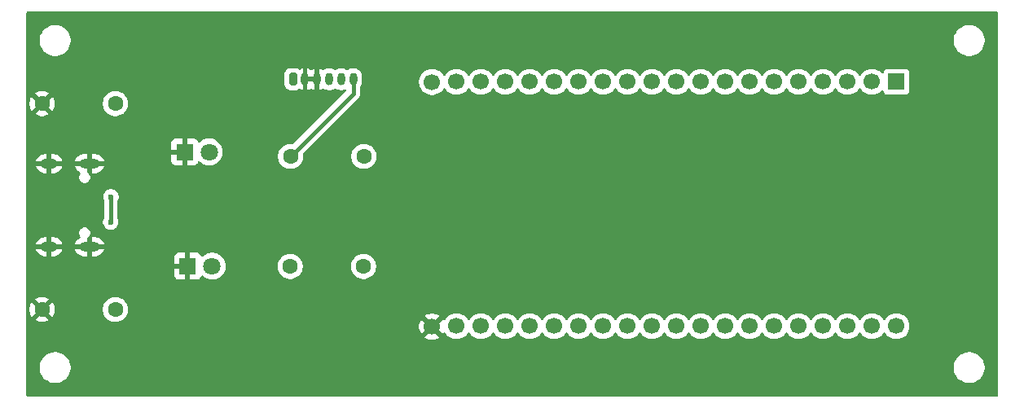
<source format=gbr>
%TF.GenerationSoftware,KiCad,Pcbnew,9.0.6-9.0.6~ubuntu24.04.1*%
%TF.CreationDate,2025-12-30T16:15:30+01:00*%
%TF.ProjectId,security-system,73656375-7269-4747-992d-73797374656d,0*%
%TF.SameCoordinates,Original*%
%TF.FileFunction,Copper,L4,Bot*%
%TF.FilePolarity,Positive*%
%FSLAX46Y46*%
G04 Gerber Fmt 4.6, Leading zero omitted, Abs format (unit mm)*
G04 Created by KiCad (PCBNEW 9.0.6-9.0.6~ubuntu24.04.1) date 2025-12-30 16:15:30*
%MOMM*%
%LPD*%
G01*
G04 APERTURE LIST*
G04 Aperture macros list*
%AMRoundRect*
0 Rectangle with rounded corners*
0 $1 Rounding radius*
0 $2 $3 $4 $5 $6 $7 $8 $9 X,Y pos of 4 corners*
0 Add a 4 corners polygon primitive as box body*
4,1,4,$2,$3,$4,$5,$6,$7,$8,$9,$2,$3,0*
0 Add four circle primitives for the rounded corners*
1,1,$1+$1,$2,$3*
1,1,$1+$1,$4,$5*
1,1,$1+$1,$6,$7*
1,1,$1+$1,$8,$9*
0 Add four rect primitives between the rounded corners*
20,1,$1+$1,$2,$3,$4,$5,0*
20,1,$1+$1,$4,$5,$6,$7,0*
20,1,$1+$1,$6,$7,$8,$9,0*
20,1,$1+$1,$8,$9,$2,$3,0*%
G04 Aperture macros list end*
%TA.AperFunction,ComponentPad*%
%ADD10O,0.800000X1.300000*%
%TD*%
%TA.AperFunction,ComponentPad*%
%ADD11RoundRect,0.200000X-0.200000X-0.450000X0.200000X-0.450000X0.200000X0.450000X-0.200000X0.450000X0*%
%TD*%
%TA.AperFunction,HeatsinkPad*%
%ADD12O,2.100000X1.000000*%
%TD*%
%TA.AperFunction,HeatsinkPad*%
%ADD13O,1.800000X1.000000*%
%TD*%
%TA.AperFunction,ComponentPad*%
%ADD14R,1.800000X1.800000*%
%TD*%
%TA.AperFunction,ComponentPad*%
%ADD15C,1.800000*%
%TD*%
%TA.AperFunction,ComponentPad*%
%ADD16C,1.600000*%
%TD*%
%TA.AperFunction,ComponentPad*%
%ADD17C,1.700000*%
%TD*%
%TA.AperFunction,ComponentPad*%
%ADD18R,1.700000X1.700000*%
%TD*%
%TA.AperFunction,ViaPad*%
%ADD19C,0.600000*%
%TD*%
%TA.AperFunction,Conductor*%
%ADD20C,0.400000*%
%TD*%
G04 APERTURE END LIST*
D10*
%TO.P,J1,6,Pin_6*%
%TO.N,+5V*%
X159470000Y-73520000D03*
%TO.P,J1,5,Pin_5*%
%TO.N,/SDA*%
X158220000Y-73520000D03*
%TO.P,J1,4,Pin_4*%
%TO.N,/SCL*%
X156970000Y-73520000D03*
%TO.P,J1,3,Pin_3*%
%TO.N,GND*%
X155720000Y-73520000D03*
%TO.P,J1,2,Pin_2*%
X154470000Y-73520000D03*
D11*
%TO.P,J1,1,Pin_1*%
%TO.N,unconnected-(J1-Pin_1-Pad1)*%
X153220000Y-73520000D03*
%TD*%
D12*
%TO.P,J2,S1,SHIELD*%
%TO.N,GND*%
X132060000Y-82300000D03*
D13*
X127880000Y-82300000D03*
D12*
X132060000Y-90940000D03*
D13*
X127880000Y-90940000D03*
%TD*%
D14*
%TO.P,DETECTION LED,1,K*%
%TO.N,GND*%
X142275000Y-92950000D03*
D15*
%TO.P,DETECTION LED,2,A*%
%TO.N,Net-(D2-A)*%
X144815000Y-92950000D03*
%TD*%
D16*
%TO.P,R1,1*%
%TO.N,+5V*%
X152960000Y-81550000D03*
%TO.P,R1,2*%
%TO.N,Net-(D1-A)*%
X160580000Y-81550000D03*
%TD*%
D14*
%TO.P,POWER-ON LED,1,K*%
%TO.N,GND*%
X141955000Y-81090000D03*
D15*
%TO.P,POWER-ON LED,2,A*%
%TO.N,Net-(D1-A)*%
X144495000Y-81090000D03*
%TD*%
D16*
%TO.P,R4,1*%
%TO.N,Net-(J2-CC2)*%
X134750000Y-97470000D03*
%TO.P,R4,2*%
%TO.N,GND*%
X127130000Y-97470000D03*
%TD*%
%TO.P,R2,1*%
%TO.N,+5V*%
X152930000Y-92990000D03*
%TO.P,R2,2*%
%TO.N,Net-(D2-A)*%
X160550000Y-92990000D03*
%TD*%
%TO.P,R3,1*%
%TO.N,Net-(J2-CC1)*%
X134750000Y-76060000D03*
%TO.P,R3,2*%
%TO.N,GND*%
X127130000Y-76060000D03*
%TD*%
D17*
%TO.P,U1,39,5V*%
%TO.N,+5V*%
X167670000Y-73810000D03*
%TO.P,U1,15,GPIO16*%
%TO.N,unconnected-(U1-GPIO16-Pad15)*%
X198150000Y-73800000D03*
%TO.P,U1,27,GPIO9*%
%TO.N,/SCL*%
X182910000Y-73800000D03*
%TO.P,U1,25,GPIO46*%
%TO.N,unconnected-(U1-GPIO46-Pad25)*%
X185450000Y-73800000D03*
D18*
%TO.P,U1,1,3V3*%
%TO.N,+3.3V*%
X215930000Y-73800000D03*
D17*
%TO.P,U1,13,GPIO15*%
%TO.N,unconnected-(U1-GPIO15-Pad13)*%
X200690000Y-73800000D03*
%TO.P,U1,11,GPIO7*%
%TO.N,unconnected-(U1-GPIO7-Pad11)*%
X203230000Y-73800000D03*
%TO.P,U1,5,GPIO4*%
%TO.N,unconnected-(U1-GPIO4-Pad5)*%
X210850000Y-73800000D03*
%TO.P,U1,23,GPIO3*%
%TO.N,unconnected-(U1-GPIO3-Pad23)*%
X187990000Y-73800000D03*
%TO.P,U1,21,GPIO8*%
%TO.N,/SDA*%
X190530000Y-73800000D03*
%TO.P,U1,29,GPIO10*%
%TO.N,unconnected-(U1-GPIO10-Pad29)*%
X180370000Y-73800000D03*
%TO.P,U1,7,GPIO5*%
%TO.N,unconnected-(U1-GPIO5-Pad7)*%
X208310000Y-73800000D03*
%TO.P,U1,9,GPIO6*%
%TO.N,unconnected-(U1-GPIO6-Pad9)*%
X205770000Y-73800000D03*
%TO.P,U1,31,GPIO11*%
%TO.N,unconnected-(U1-GPIO11-Pad31)*%
X177830000Y-73800000D03*
%TO.P,U1,33,GPIO12*%
%TO.N,unconnected-(U1-GPIO12-Pad33)*%
X175290000Y-73800000D03*
%TO.P,U1,35,GPIO13*%
%TO.N,unconnected-(U1-GPIO13-Pad35)*%
X172750000Y-73800000D03*
%TO.P,U1,19,GPIO18*%
%TO.N,unconnected-(U1-GPIO18-Pad19)*%
X193070000Y-73800000D03*
%TO.P,U1,37,GPIO14*%
%TO.N,unconnected-(U1-GPIO14-Pad37)*%
X170210000Y-73800000D03*
%TO.P,U1,17,GPIO17*%
%TO.N,unconnected-(U1-GPIO17-Pad17)*%
X195610000Y-73800000D03*
%TO.P,U1,3,RST*%
%TO.N,unconnected-(U1-RST-Pad3)*%
X213390000Y-73800000D03*
%TO.P,U1,40,GND*%
%TO.N,GND*%
X167670000Y-99250000D03*
%TO.P,U1,38,GPIO19*%
%TO.N,unconnected-(U1-GPIO19-Pad38)*%
X170210000Y-99200000D03*
%TO.P,U1,36,GPIO20*%
%TO.N,unconnected-(U1-GPIO20-Pad36)*%
X172750000Y-99200000D03*
%TO.P,U1,34,GPIO21*%
%TO.N,unconnected-(U1-GPIO21-Pad34)*%
X175290000Y-99200000D03*
%TO.P,U1,32,GPIO47*%
%TO.N,unconnected-(U1-GPIO47-Pad32)*%
X177830000Y-99200000D03*
%TO.P,U1,30,GPIO48*%
%TO.N,unconnected-(U1-GPIO48-Pad30)*%
X180370000Y-99200000D03*
%TO.P,U1,28,GPIO45*%
%TO.N,unconnected-(U1-GPIO45-Pad28)*%
X182910000Y-99200000D03*
%TO.P,U1,20,GPIO37*%
%TO.N,unconnected-(U1-GPIO37-Pad20)*%
X193070000Y-99200000D03*
%TO.P,U1,22,GPIO36*%
%TO.N,unconnected-(U1-GPIO36-Pad22)*%
X190530000Y-99200000D03*
%TO.P,U1,16,GPIO39*%
%TO.N,unconnected-(U1-GPIO39-Pad16)*%
X198150000Y-99200000D03*
%TO.P,U1,10,GPIO42*%
%TO.N,unconnected-(U1-GPIO42-Pad10)*%
X205770000Y-99200000D03*
%TO.P,U1,12,GPIO41*%
%TO.N,unconnected-(U1-GPIO41-Pad12)*%
X203230000Y-99200000D03*
%TO.P,U1,14,GPIO40*%
%TO.N,unconnected-(U1-GPIO40-Pad14)*%
X200690000Y-99200000D03*
%TO.P,U1,4,GPIO44*%
%TO.N,unconnected-(U1-GPIO44-Pad4)*%
X213390000Y-99200000D03*
%TO.P,U1,26,GPIO0*%
%TO.N,unconnected-(U1-GPIO0-Pad26)*%
X185450000Y-99200000D03*
%TO.P,U1,18,GPIO38*%
%TO.N,unconnected-(U1-GPIO38-Pad18)*%
X195610000Y-99200000D03*
%TO.P,U1,24,GPIO35*%
%TO.N,unconnected-(U1-GPIO35-Pad24)*%
X187990000Y-99200000D03*
%TO.P,U1,6,GPIO1*%
%TO.N,unconnected-(U1-GPIO1-Pad6)*%
X210850000Y-99200000D03*
%TO.P,U1,8,GPIO2*%
%TO.N,unconnected-(U1-GPIO2-Pad8)*%
X208310000Y-99200000D03*
%TO.P,U1,2,GPIO43*%
%TO.N,unconnected-(U1-GPIO43-Pad2)*%
X215930000Y-99200000D03*
%TD*%
D19*
%TO.N,+5V*%
X134290000Y-85750000D03*
X134270000Y-88370000D03*
%TD*%
D20*
%TO.N,+5V*%
X152960000Y-81550000D02*
X159470000Y-75040000D01*
X159470000Y-75040000D02*
X159470000Y-73520000D01*
X134270000Y-85770000D02*
X134290000Y-85750000D01*
X134270000Y-88370000D02*
X134270000Y-85770000D01*
%TD*%
%TA.AperFunction,Conductor*%
%TO.N,GND*%
G36*
X226442539Y-66520185D02*
G01*
X226488294Y-66572989D01*
X226499500Y-66624500D01*
X226499500Y-106375500D01*
X226479815Y-106442539D01*
X226427011Y-106488294D01*
X226375500Y-106499500D01*
X125624500Y-106499500D01*
X125557461Y-106479815D01*
X125511706Y-106427011D01*
X125500500Y-106375500D01*
X125500500Y-103374038D01*
X126899500Y-103374038D01*
X126899500Y-103625961D01*
X126938910Y-103874785D01*
X127016760Y-104114383D01*
X127131132Y-104338848D01*
X127279201Y-104542649D01*
X127279205Y-104542654D01*
X127457345Y-104720794D01*
X127457350Y-104720798D01*
X127635117Y-104849952D01*
X127661155Y-104868870D01*
X127804184Y-104941747D01*
X127885616Y-104983239D01*
X127885618Y-104983239D01*
X127885621Y-104983241D01*
X128125215Y-105061090D01*
X128374038Y-105100500D01*
X128374039Y-105100500D01*
X128625961Y-105100500D01*
X128625962Y-105100500D01*
X128874785Y-105061090D01*
X129114379Y-104983241D01*
X129338845Y-104868870D01*
X129542656Y-104720793D01*
X129720793Y-104542656D01*
X129868870Y-104338845D01*
X129983241Y-104114379D01*
X130061090Y-103874785D01*
X130100500Y-103625962D01*
X130100500Y-103374038D01*
X221899500Y-103374038D01*
X221899500Y-103625961D01*
X221938910Y-103874785D01*
X222016760Y-104114383D01*
X222131132Y-104338848D01*
X222279201Y-104542649D01*
X222279205Y-104542654D01*
X222457345Y-104720794D01*
X222457350Y-104720798D01*
X222635117Y-104849952D01*
X222661155Y-104868870D01*
X222804184Y-104941747D01*
X222885616Y-104983239D01*
X222885618Y-104983239D01*
X222885621Y-104983241D01*
X223125215Y-105061090D01*
X223374038Y-105100500D01*
X223374039Y-105100500D01*
X223625961Y-105100500D01*
X223625962Y-105100500D01*
X223874785Y-105061090D01*
X224114379Y-104983241D01*
X224338845Y-104868870D01*
X224542656Y-104720793D01*
X224720793Y-104542656D01*
X224868870Y-104338845D01*
X224983241Y-104114379D01*
X225061090Y-103874785D01*
X225100500Y-103625962D01*
X225100500Y-103374038D01*
X225061090Y-103125215D01*
X224983241Y-102885621D01*
X224983239Y-102885618D01*
X224983239Y-102885616D01*
X224941747Y-102804184D01*
X224868870Y-102661155D01*
X224849952Y-102635117D01*
X224720798Y-102457350D01*
X224720794Y-102457345D01*
X224542654Y-102279205D01*
X224542649Y-102279201D01*
X224338848Y-102131132D01*
X224338847Y-102131131D01*
X224338845Y-102131130D01*
X224268747Y-102095413D01*
X224114383Y-102016760D01*
X223874785Y-101938910D01*
X223625962Y-101899500D01*
X223374038Y-101899500D01*
X223249626Y-101919205D01*
X223125214Y-101938910D01*
X222885616Y-102016760D01*
X222661151Y-102131132D01*
X222457350Y-102279201D01*
X222457345Y-102279205D01*
X222279205Y-102457345D01*
X222279201Y-102457350D01*
X222131132Y-102661151D01*
X222016760Y-102885616D01*
X221938910Y-103125214D01*
X221899500Y-103374038D01*
X130100500Y-103374038D01*
X130061090Y-103125215D01*
X129983241Y-102885621D01*
X129983239Y-102885618D01*
X129983239Y-102885616D01*
X129941747Y-102804184D01*
X129868870Y-102661155D01*
X129849952Y-102635117D01*
X129720798Y-102457350D01*
X129720794Y-102457345D01*
X129542654Y-102279205D01*
X129542649Y-102279201D01*
X129338848Y-102131132D01*
X129338847Y-102131131D01*
X129338845Y-102131130D01*
X129268747Y-102095413D01*
X129114383Y-102016760D01*
X128874785Y-101938910D01*
X128625962Y-101899500D01*
X128374038Y-101899500D01*
X128249626Y-101919205D01*
X128125214Y-101938910D01*
X127885616Y-102016760D01*
X127661151Y-102131132D01*
X127457350Y-102279201D01*
X127457345Y-102279205D01*
X127279205Y-102457345D01*
X127279201Y-102457350D01*
X127131132Y-102661151D01*
X127016760Y-102885616D01*
X126938910Y-103125214D01*
X126899500Y-103374038D01*
X125500500Y-103374038D01*
X125500500Y-99143753D01*
X166320000Y-99143753D01*
X166320000Y-99356246D01*
X166353242Y-99566127D01*
X166353242Y-99566130D01*
X166418904Y-99768217D01*
X166515375Y-99957550D01*
X166554728Y-100011716D01*
X167187037Y-99379408D01*
X167204075Y-99442993D01*
X167269901Y-99557007D01*
X167362993Y-99650099D01*
X167477007Y-99715925D01*
X167540590Y-99732962D01*
X166908282Y-100365269D01*
X166908282Y-100365270D01*
X166962449Y-100404624D01*
X167151782Y-100501095D01*
X167353870Y-100566757D01*
X167563754Y-100600000D01*
X167776246Y-100600000D01*
X167986127Y-100566757D01*
X167986130Y-100566757D01*
X168188217Y-100501095D01*
X168377554Y-100404622D01*
X168431716Y-100365270D01*
X168431717Y-100365270D01*
X167799408Y-99732962D01*
X167862993Y-99715925D01*
X167977007Y-99650099D01*
X168070099Y-99557007D01*
X168135925Y-99442993D01*
X168152962Y-99379408D01*
X168785270Y-100011717D01*
X168785270Y-100011716D01*
X168824622Y-99957554D01*
X168842596Y-99922278D01*
X168890570Y-99871481D01*
X168958390Y-99854685D01*
X169024526Y-99877221D01*
X169053400Y-99905686D01*
X169179890Y-100079785D01*
X169179894Y-100079790D01*
X169330213Y-100230109D01*
X169502179Y-100355048D01*
X169502181Y-100355049D01*
X169502184Y-100355051D01*
X169691588Y-100451557D01*
X169893757Y-100517246D01*
X170103713Y-100550500D01*
X170103714Y-100550500D01*
X170316286Y-100550500D01*
X170316287Y-100550500D01*
X170526243Y-100517246D01*
X170728412Y-100451557D01*
X170917816Y-100355051D01*
X170939789Y-100339086D01*
X171089786Y-100230109D01*
X171089788Y-100230106D01*
X171089792Y-100230104D01*
X171240104Y-100079792D01*
X171240106Y-100079788D01*
X171240109Y-100079786D01*
X171365048Y-99907820D01*
X171365047Y-99907820D01*
X171365051Y-99907816D01*
X171369514Y-99899054D01*
X171417488Y-99848259D01*
X171485308Y-99831463D01*
X171551444Y-99853999D01*
X171590486Y-99899056D01*
X171594951Y-99907820D01*
X171719890Y-100079786D01*
X171870213Y-100230109D01*
X172042179Y-100355048D01*
X172042181Y-100355049D01*
X172042184Y-100355051D01*
X172231588Y-100451557D01*
X172433757Y-100517246D01*
X172643713Y-100550500D01*
X172643714Y-100550500D01*
X172856286Y-100550500D01*
X172856287Y-100550500D01*
X173066243Y-100517246D01*
X173268412Y-100451557D01*
X173457816Y-100355051D01*
X173479789Y-100339086D01*
X173629786Y-100230109D01*
X173629788Y-100230106D01*
X173629792Y-100230104D01*
X173780104Y-100079792D01*
X173780106Y-100079788D01*
X173780109Y-100079786D01*
X173905048Y-99907820D01*
X173905047Y-99907820D01*
X173905051Y-99907816D01*
X173909514Y-99899054D01*
X173957488Y-99848259D01*
X174025308Y-99831463D01*
X174091444Y-99853999D01*
X174130486Y-99899056D01*
X174134951Y-99907820D01*
X174259890Y-100079786D01*
X174410213Y-100230109D01*
X174582179Y-100355048D01*
X174582181Y-100355049D01*
X174582184Y-100355051D01*
X174771588Y-100451557D01*
X174973757Y-100517246D01*
X175183713Y-100550500D01*
X175183714Y-100550500D01*
X175396286Y-100550500D01*
X175396287Y-100550500D01*
X175606243Y-100517246D01*
X175808412Y-100451557D01*
X175997816Y-100355051D01*
X176019789Y-100339086D01*
X176169786Y-100230109D01*
X176169788Y-100230106D01*
X176169792Y-100230104D01*
X176320104Y-100079792D01*
X176320106Y-100079788D01*
X176320109Y-100079786D01*
X176445048Y-99907820D01*
X176445047Y-99907820D01*
X176445051Y-99907816D01*
X176449514Y-99899054D01*
X176497488Y-99848259D01*
X176565308Y-99831463D01*
X176631444Y-99853999D01*
X176670486Y-99899056D01*
X176674951Y-99907820D01*
X176799890Y-100079786D01*
X176950213Y-100230109D01*
X177122179Y-100355048D01*
X177122181Y-100355049D01*
X177122184Y-100355051D01*
X177311588Y-100451557D01*
X177513757Y-100517246D01*
X177723713Y-100550500D01*
X177723714Y-100550500D01*
X177936286Y-100550500D01*
X177936287Y-100550500D01*
X178146243Y-100517246D01*
X178348412Y-100451557D01*
X178537816Y-100355051D01*
X178559789Y-100339086D01*
X178709786Y-100230109D01*
X178709788Y-100230106D01*
X178709792Y-100230104D01*
X178860104Y-100079792D01*
X178860106Y-100079788D01*
X178860109Y-100079786D01*
X178985048Y-99907820D01*
X178985047Y-99907820D01*
X178985051Y-99907816D01*
X178989514Y-99899054D01*
X179037488Y-99848259D01*
X179105308Y-99831463D01*
X179171444Y-99853999D01*
X179210486Y-99899056D01*
X179214951Y-99907820D01*
X179339890Y-100079786D01*
X179490213Y-100230109D01*
X179662179Y-100355048D01*
X179662181Y-100355049D01*
X179662184Y-100355051D01*
X179851588Y-100451557D01*
X180053757Y-100517246D01*
X180263713Y-100550500D01*
X180263714Y-100550500D01*
X180476286Y-100550500D01*
X180476287Y-100550500D01*
X180686243Y-100517246D01*
X180888412Y-100451557D01*
X181077816Y-100355051D01*
X181099789Y-100339086D01*
X181249786Y-100230109D01*
X181249788Y-100230106D01*
X181249792Y-100230104D01*
X181400104Y-100079792D01*
X181400106Y-100079788D01*
X181400109Y-100079786D01*
X181525048Y-99907820D01*
X181525047Y-99907820D01*
X181525051Y-99907816D01*
X181529514Y-99899054D01*
X181577488Y-99848259D01*
X181645308Y-99831463D01*
X181711444Y-99853999D01*
X181750486Y-99899056D01*
X181754951Y-99907820D01*
X181879890Y-100079786D01*
X182030213Y-100230109D01*
X182202179Y-100355048D01*
X182202181Y-100355049D01*
X182202184Y-100355051D01*
X182391588Y-100451557D01*
X182593757Y-100517246D01*
X182803713Y-100550500D01*
X182803714Y-100550500D01*
X183016286Y-100550500D01*
X183016287Y-100550500D01*
X183226243Y-100517246D01*
X183428412Y-100451557D01*
X183617816Y-100355051D01*
X183639789Y-100339086D01*
X183789786Y-100230109D01*
X183789788Y-100230106D01*
X183789792Y-100230104D01*
X183940104Y-100079792D01*
X183940106Y-100079788D01*
X183940109Y-100079786D01*
X184065048Y-99907820D01*
X184065047Y-99907820D01*
X184065051Y-99907816D01*
X184069514Y-99899054D01*
X184117488Y-99848259D01*
X184185308Y-99831463D01*
X184251444Y-99853999D01*
X184290486Y-99899056D01*
X184294951Y-99907820D01*
X184419890Y-100079786D01*
X184570213Y-100230109D01*
X184742179Y-100355048D01*
X184742181Y-100355049D01*
X184742184Y-100355051D01*
X184931588Y-100451557D01*
X185133757Y-100517246D01*
X185343713Y-100550500D01*
X185343714Y-100550500D01*
X185556286Y-100550500D01*
X185556287Y-100550500D01*
X185766243Y-100517246D01*
X185968412Y-100451557D01*
X186157816Y-100355051D01*
X186179789Y-100339086D01*
X186329786Y-100230109D01*
X186329788Y-100230106D01*
X186329792Y-100230104D01*
X186480104Y-100079792D01*
X186480106Y-100079788D01*
X186480109Y-100079786D01*
X186605048Y-99907820D01*
X186605047Y-99907820D01*
X186605051Y-99907816D01*
X186609514Y-99899054D01*
X186657488Y-99848259D01*
X186725308Y-99831463D01*
X186791444Y-99853999D01*
X186830486Y-99899056D01*
X186834951Y-99907820D01*
X186959890Y-100079786D01*
X187110213Y-100230109D01*
X187282179Y-100355048D01*
X187282181Y-100355049D01*
X187282184Y-100355051D01*
X187471588Y-100451557D01*
X187673757Y-100517246D01*
X187883713Y-100550500D01*
X187883714Y-100550500D01*
X188096286Y-100550500D01*
X188096287Y-100550500D01*
X188306243Y-100517246D01*
X188508412Y-100451557D01*
X188697816Y-100355051D01*
X188719789Y-100339086D01*
X188869786Y-100230109D01*
X188869788Y-100230106D01*
X188869792Y-100230104D01*
X189020104Y-100079792D01*
X189020106Y-100079788D01*
X189020109Y-100079786D01*
X189145048Y-99907820D01*
X189145047Y-99907820D01*
X189145051Y-99907816D01*
X189149514Y-99899054D01*
X189197488Y-99848259D01*
X189265308Y-99831463D01*
X189331444Y-99853999D01*
X189370486Y-99899056D01*
X189374951Y-99907820D01*
X189499890Y-100079786D01*
X189650213Y-100230109D01*
X189822179Y-100355048D01*
X189822181Y-100355049D01*
X189822184Y-100355051D01*
X190011588Y-100451557D01*
X190213757Y-100517246D01*
X190423713Y-100550500D01*
X190423714Y-100550500D01*
X190636286Y-100550500D01*
X190636287Y-100550500D01*
X190846243Y-100517246D01*
X191048412Y-100451557D01*
X191237816Y-100355051D01*
X191259789Y-100339086D01*
X191409786Y-100230109D01*
X191409788Y-100230106D01*
X191409792Y-100230104D01*
X191560104Y-100079792D01*
X191560106Y-100079788D01*
X191560109Y-100079786D01*
X191685048Y-99907820D01*
X191685047Y-99907820D01*
X191685051Y-99907816D01*
X191689514Y-99899054D01*
X191737488Y-99848259D01*
X191805308Y-99831463D01*
X191871444Y-99853999D01*
X191910486Y-99899056D01*
X191914951Y-99907820D01*
X192039890Y-100079786D01*
X192190213Y-100230109D01*
X192362179Y-100355048D01*
X192362181Y-100355049D01*
X192362184Y-100355051D01*
X192551588Y-100451557D01*
X192753757Y-100517246D01*
X192963713Y-100550500D01*
X192963714Y-100550500D01*
X193176286Y-100550500D01*
X193176287Y-100550500D01*
X193386243Y-100517246D01*
X193588412Y-100451557D01*
X193777816Y-100355051D01*
X193799789Y-100339086D01*
X193949786Y-100230109D01*
X193949788Y-100230106D01*
X193949792Y-100230104D01*
X194100104Y-100079792D01*
X194100106Y-100079788D01*
X194100109Y-100079786D01*
X194225048Y-99907820D01*
X194225047Y-99907820D01*
X194225051Y-99907816D01*
X194229514Y-99899054D01*
X194277488Y-99848259D01*
X194345308Y-99831463D01*
X194411444Y-99853999D01*
X194450486Y-99899056D01*
X194454951Y-99907820D01*
X194579890Y-100079786D01*
X194730213Y-100230109D01*
X194902179Y-100355048D01*
X194902181Y-100355049D01*
X194902184Y-100355051D01*
X195091588Y-100451557D01*
X195293757Y-100517246D01*
X195503713Y-100550500D01*
X195503714Y-100550500D01*
X195716286Y-100550500D01*
X195716287Y-100550500D01*
X195926243Y-100517246D01*
X196128412Y-100451557D01*
X196317816Y-100355051D01*
X196339789Y-100339086D01*
X196489786Y-100230109D01*
X196489788Y-100230106D01*
X196489792Y-100230104D01*
X196640104Y-100079792D01*
X196640106Y-100079788D01*
X196640109Y-100079786D01*
X196765048Y-99907820D01*
X196765047Y-99907820D01*
X196765051Y-99907816D01*
X196769514Y-99899054D01*
X196817488Y-99848259D01*
X196885308Y-99831463D01*
X196951444Y-99853999D01*
X196990486Y-99899056D01*
X196994951Y-99907820D01*
X197119890Y-100079786D01*
X197270213Y-100230109D01*
X197442179Y-100355048D01*
X197442181Y-100355049D01*
X197442184Y-100355051D01*
X197631588Y-100451557D01*
X197833757Y-100517246D01*
X198043713Y-100550500D01*
X198043714Y-100550500D01*
X198256286Y-100550500D01*
X198256287Y-100550500D01*
X198466243Y-100517246D01*
X198668412Y-100451557D01*
X198857816Y-100355051D01*
X198879789Y-100339086D01*
X199029786Y-100230109D01*
X199029788Y-100230106D01*
X199029792Y-100230104D01*
X199180104Y-100079792D01*
X199180106Y-100079788D01*
X199180109Y-100079786D01*
X199305048Y-99907820D01*
X199305047Y-99907820D01*
X199305051Y-99907816D01*
X199309514Y-99899054D01*
X199357488Y-99848259D01*
X199425308Y-99831463D01*
X199491444Y-99853999D01*
X199530486Y-99899056D01*
X199534951Y-99907820D01*
X199659890Y-100079786D01*
X199810213Y-100230109D01*
X199982179Y-100355048D01*
X199982181Y-100355049D01*
X199982184Y-100355051D01*
X200171588Y-100451557D01*
X200373757Y-100517246D01*
X200583713Y-100550500D01*
X200583714Y-100550500D01*
X200796286Y-100550500D01*
X200796287Y-100550500D01*
X201006243Y-100517246D01*
X201208412Y-100451557D01*
X201397816Y-100355051D01*
X201419789Y-100339086D01*
X201569786Y-100230109D01*
X201569788Y-100230106D01*
X201569792Y-100230104D01*
X201720104Y-100079792D01*
X201720106Y-100079788D01*
X201720109Y-100079786D01*
X201845048Y-99907820D01*
X201845047Y-99907820D01*
X201845051Y-99907816D01*
X201849514Y-99899054D01*
X201897488Y-99848259D01*
X201965308Y-99831463D01*
X202031444Y-99853999D01*
X202070486Y-99899056D01*
X202074951Y-99907820D01*
X202199890Y-100079786D01*
X202350213Y-100230109D01*
X202522179Y-100355048D01*
X202522181Y-100355049D01*
X202522184Y-100355051D01*
X202711588Y-100451557D01*
X202913757Y-100517246D01*
X203123713Y-100550500D01*
X203123714Y-100550500D01*
X203336286Y-100550500D01*
X203336287Y-100550500D01*
X203546243Y-100517246D01*
X203748412Y-100451557D01*
X203937816Y-100355051D01*
X203959789Y-100339086D01*
X204109786Y-100230109D01*
X204109788Y-100230106D01*
X204109792Y-100230104D01*
X204260104Y-100079792D01*
X204260106Y-100079788D01*
X204260109Y-100079786D01*
X204385048Y-99907820D01*
X204385047Y-99907820D01*
X204385051Y-99907816D01*
X204389514Y-99899054D01*
X204437488Y-99848259D01*
X204505308Y-99831463D01*
X204571444Y-99853999D01*
X204610486Y-99899056D01*
X204614951Y-99907820D01*
X204739890Y-100079786D01*
X204890213Y-100230109D01*
X205062179Y-100355048D01*
X205062181Y-100355049D01*
X205062184Y-100355051D01*
X205251588Y-100451557D01*
X205453757Y-100517246D01*
X205663713Y-100550500D01*
X205663714Y-100550500D01*
X205876286Y-100550500D01*
X205876287Y-100550500D01*
X206086243Y-100517246D01*
X206288412Y-100451557D01*
X206477816Y-100355051D01*
X206499789Y-100339086D01*
X206649786Y-100230109D01*
X206649788Y-100230106D01*
X206649792Y-100230104D01*
X206800104Y-100079792D01*
X206800106Y-100079788D01*
X206800109Y-100079786D01*
X206925048Y-99907820D01*
X206925047Y-99907820D01*
X206925051Y-99907816D01*
X206929514Y-99899054D01*
X206977488Y-99848259D01*
X207045308Y-99831463D01*
X207111444Y-99853999D01*
X207150486Y-99899056D01*
X207154951Y-99907820D01*
X207279890Y-100079786D01*
X207430213Y-100230109D01*
X207602179Y-100355048D01*
X207602181Y-100355049D01*
X207602184Y-100355051D01*
X207791588Y-100451557D01*
X207993757Y-100517246D01*
X208203713Y-100550500D01*
X208203714Y-100550500D01*
X208416286Y-100550500D01*
X208416287Y-100550500D01*
X208626243Y-100517246D01*
X208828412Y-100451557D01*
X209017816Y-100355051D01*
X209039789Y-100339086D01*
X209189786Y-100230109D01*
X209189788Y-100230106D01*
X209189792Y-100230104D01*
X209340104Y-100079792D01*
X209340106Y-100079788D01*
X209340109Y-100079786D01*
X209465048Y-99907820D01*
X209465047Y-99907820D01*
X209465051Y-99907816D01*
X209469514Y-99899054D01*
X209517488Y-99848259D01*
X209585308Y-99831463D01*
X209651444Y-99853999D01*
X209690486Y-99899056D01*
X209694951Y-99907820D01*
X209819890Y-100079786D01*
X209970213Y-100230109D01*
X210142179Y-100355048D01*
X210142181Y-100355049D01*
X210142184Y-100355051D01*
X210331588Y-100451557D01*
X210533757Y-100517246D01*
X210743713Y-100550500D01*
X210743714Y-100550500D01*
X210956286Y-100550500D01*
X210956287Y-100550500D01*
X211166243Y-100517246D01*
X211368412Y-100451557D01*
X211557816Y-100355051D01*
X211579789Y-100339086D01*
X211729786Y-100230109D01*
X211729788Y-100230106D01*
X211729792Y-100230104D01*
X211880104Y-100079792D01*
X211880106Y-100079788D01*
X211880109Y-100079786D01*
X212005048Y-99907820D01*
X212005047Y-99907820D01*
X212005051Y-99907816D01*
X212009514Y-99899054D01*
X212057488Y-99848259D01*
X212125308Y-99831463D01*
X212191444Y-99853999D01*
X212230486Y-99899056D01*
X212234951Y-99907820D01*
X212359890Y-100079786D01*
X212510213Y-100230109D01*
X212682179Y-100355048D01*
X212682181Y-100355049D01*
X212682184Y-100355051D01*
X212871588Y-100451557D01*
X213073757Y-100517246D01*
X213283713Y-100550500D01*
X213283714Y-100550500D01*
X213496286Y-100550500D01*
X213496287Y-100550500D01*
X213706243Y-100517246D01*
X213908412Y-100451557D01*
X214097816Y-100355051D01*
X214119789Y-100339086D01*
X214269786Y-100230109D01*
X214269788Y-100230106D01*
X214269792Y-100230104D01*
X214420104Y-100079792D01*
X214420106Y-100079788D01*
X214420109Y-100079786D01*
X214545048Y-99907820D01*
X214545047Y-99907820D01*
X214545051Y-99907816D01*
X214549514Y-99899054D01*
X214597488Y-99848259D01*
X214665308Y-99831463D01*
X214731444Y-99853999D01*
X214770486Y-99899056D01*
X214774951Y-99907820D01*
X214899890Y-100079786D01*
X215050213Y-100230109D01*
X215222179Y-100355048D01*
X215222181Y-100355049D01*
X215222184Y-100355051D01*
X215411588Y-100451557D01*
X215613757Y-100517246D01*
X215823713Y-100550500D01*
X215823714Y-100550500D01*
X216036286Y-100550500D01*
X216036287Y-100550500D01*
X216246243Y-100517246D01*
X216448412Y-100451557D01*
X216637816Y-100355051D01*
X216659789Y-100339086D01*
X216809786Y-100230109D01*
X216809788Y-100230106D01*
X216809792Y-100230104D01*
X216960104Y-100079792D01*
X216960106Y-100079788D01*
X216960109Y-100079786D01*
X217085048Y-99907820D01*
X217085047Y-99907820D01*
X217085051Y-99907816D01*
X217181557Y-99718412D01*
X217247246Y-99516243D01*
X217280500Y-99306287D01*
X217280500Y-99093713D01*
X217247246Y-98883757D01*
X217181557Y-98681588D01*
X217085051Y-98492184D01*
X217085049Y-98492181D01*
X217085048Y-98492179D01*
X216960109Y-98320213D01*
X216809786Y-98169890D01*
X216637820Y-98044951D01*
X216448414Y-97948444D01*
X216448413Y-97948443D01*
X216448412Y-97948443D01*
X216246243Y-97882754D01*
X216246241Y-97882753D01*
X216246240Y-97882753D01*
X216084957Y-97857208D01*
X216036287Y-97849500D01*
X215823713Y-97849500D01*
X215775042Y-97857208D01*
X215613760Y-97882753D01*
X215411585Y-97948444D01*
X215222179Y-98044951D01*
X215050213Y-98169890D01*
X214899890Y-98320213D01*
X214774949Y-98492182D01*
X214770484Y-98500946D01*
X214722509Y-98551742D01*
X214654688Y-98568536D01*
X214588553Y-98545998D01*
X214549516Y-98500946D01*
X214545050Y-98492182D01*
X214420109Y-98320213D01*
X214269786Y-98169890D01*
X214097820Y-98044951D01*
X213908414Y-97948444D01*
X213908413Y-97948443D01*
X213908412Y-97948443D01*
X213706243Y-97882754D01*
X213706241Y-97882753D01*
X213706240Y-97882753D01*
X213544957Y-97857208D01*
X213496287Y-97849500D01*
X213283713Y-97849500D01*
X213235042Y-97857208D01*
X213073760Y-97882753D01*
X212871585Y-97948444D01*
X212682179Y-98044951D01*
X212510213Y-98169890D01*
X212359890Y-98320213D01*
X212234949Y-98492182D01*
X212230484Y-98500946D01*
X212182509Y-98551742D01*
X212114688Y-98568536D01*
X212048553Y-98545998D01*
X212009516Y-98500946D01*
X212005050Y-98492182D01*
X211880109Y-98320213D01*
X211729786Y-98169890D01*
X211557820Y-98044951D01*
X211368414Y-97948444D01*
X211368413Y-97948443D01*
X211368412Y-97948443D01*
X211166243Y-97882754D01*
X211166241Y-97882753D01*
X211166240Y-97882753D01*
X211004957Y-97857208D01*
X210956287Y-97849500D01*
X210743713Y-97849500D01*
X210695042Y-97857208D01*
X210533760Y-97882753D01*
X210331585Y-97948444D01*
X210142179Y-98044951D01*
X209970213Y-98169890D01*
X209819890Y-98320213D01*
X209694949Y-98492182D01*
X209690484Y-98500946D01*
X209642509Y-98551742D01*
X209574688Y-98568536D01*
X209508553Y-98545998D01*
X209469516Y-98500946D01*
X209465050Y-98492182D01*
X209340109Y-98320213D01*
X209189786Y-98169890D01*
X209017820Y-98044951D01*
X208828414Y-97948444D01*
X208828413Y-97948443D01*
X208828412Y-97948443D01*
X208626243Y-97882754D01*
X208626241Y-97882753D01*
X208626240Y-97882753D01*
X208464957Y-97857208D01*
X208416287Y-97849500D01*
X208203713Y-97849500D01*
X208155042Y-97857208D01*
X207993760Y-97882753D01*
X207791585Y-97948444D01*
X207602179Y-98044951D01*
X207430213Y-98169890D01*
X207279890Y-98320213D01*
X207154949Y-98492182D01*
X207150484Y-98500946D01*
X207102509Y-98551742D01*
X207034688Y-98568536D01*
X206968553Y-98545998D01*
X206929516Y-98500946D01*
X206925050Y-98492182D01*
X206800109Y-98320213D01*
X206649786Y-98169890D01*
X206477820Y-98044951D01*
X206288414Y-97948444D01*
X206288413Y-97948443D01*
X206288412Y-97948443D01*
X206086243Y-97882754D01*
X206086241Y-97882753D01*
X206086240Y-97882753D01*
X205924957Y-97857208D01*
X205876287Y-97849500D01*
X205663713Y-97849500D01*
X205615042Y-97857208D01*
X205453760Y-97882753D01*
X205251585Y-97948444D01*
X205062179Y-98044951D01*
X204890213Y-98169890D01*
X204739890Y-98320213D01*
X204614949Y-98492182D01*
X204610484Y-98500946D01*
X204562509Y-98551742D01*
X204494688Y-98568536D01*
X204428553Y-98545998D01*
X204389516Y-98500946D01*
X204385050Y-98492182D01*
X204260109Y-98320213D01*
X204109786Y-98169890D01*
X203937820Y-98044951D01*
X203748414Y-97948444D01*
X203748413Y-97948443D01*
X203748412Y-97948443D01*
X203546243Y-97882754D01*
X203546241Y-97882753D01*
X203546240Y-97882753D01*
X203384957Y-97857208D01*
X203336287Y-97849500D01*
X203123713Y-97849500D01*
X203075042Y-97857208D01*
X202913760Y-97882753D01*
X202711585Y-97948444D01*
X202522179Y-98044951D01*
X202350213Y-98169890D01*
X202199890Y-98320213D01*
X202074949Y-98492182D01*
X202070484Y-98500946D01*
X202022509Y-98551742D01*
X201954688Y-98568536D01*
X201888553Y-98545998D01*
X201849516Y-98500946D01*
X201845050Y-98492182D01*
X201720109Y-98320213D01*
X201569786Y-98169890D01*
X201397820Y-98044951D01*
X201208414Y-97948444D01*
X201208413Y-97948443D01*
X201208412Y-97948443D01*
X201006243Y-97882754D01*
X201006241Y-97882753D01*
X201006240Y-97882753D01*
X200844957Y-97857208D01*
X200796287Y-97849500D01*
X200583713Y-97849500D01*
X200535042Y-97857208D01*
X200373760Y-97882753D01*
X200171585Y-97948444D01*
X199982179Y-98044951D01*
X199810213Y-98169890D01*
X199659890Y-98320213D01*
X199534949Y-98492182D01*
X199530484Y-98500946D01*
X199482509Y-98551742D01*
X199414688Y-98568536D01*
X199348553Y-98545998D01*
X199309516Y-98500946D01*
X199305050Y-98492182D01*
X199180109Y-98320213D01*
X199029786Y-98169890D01*
X198857820Y-98044951D01*
X198668414Y-97948444D01*
X198668413Y-97948443D01*
X198668412Y-97948443D01*
X198466243Y-97882754D01*
X198466241Y-97882753D01*
X198466240Y-97882753D01*
X198304957Y-97857208D01*
X198256287Y-97849500D01*
X198043713Y-97849500D01*
X197995042Y-97857208D01*
X197833760Y-97882753D01*
X197631585Y-97948444D01*
X197442179Y-98044951D01*
X197270213Y-98169890D01*
X197119890Y-98320213D01*
X196994949Y-98492182D01*
X196990484Y-98500946D01*
X196942509Y-98551742D01*
X196874688Y-98568536D01*
X196808553Y-98545998D01*
X196769516Y-98500946D01*
X196765050Y-98492182D01*
X196640109Y-98320213D01*
X196489786Y-98169890D01*
X196317820Y-98044951D01*
X196128414Y-97948444D01*
X196128413Y-97948443D01*
X196128412Y-97948443D01*
X195926243Y-97882754D01*
X195926241Y-97882753D01*
X195926240Y-97882753D01*
X195764957Y-97857208D01*
X195716287Y-97849500D01*
X195503713Y-97849500D01*
X195455042Y-97857208D01*
X195293760Y-97882753D01*
X195091585Y-97948444D01*
X194902179Y-98044951D01*
X194730213Y-98169890D01*
X194579890Y-98320213D01*
X194454949Y-98492182D01*
X194450484Y-98500946D01*
X194402509Y-98551742D01*
X194334688Y-98568536D01*
X194268553Y-98545998D01*
X194229516Y-98500946D01*
X194225050Y-98492182D01*
X194100109Y-98320213D01*
X193949786Y-98169890D01*
X193777820Y-98044951D01*
X193588414Y-97948444D01*
X193588413Y-97948443D01*
X193588412Y-97948443D01*
X193386243Y-97882754D01*
X193386241Y-97882753D01*
X193386240Y-97882753D01*
X193224957Y-97857208D01*
X193176287Y-97849500D01*
X192963713Y-97849500D01*
X192915042Y-97857208D01*
X192753760Y-97882753D01*
X192551585Y-97948444D01*
X192362179Y-98044951D01*
X192190213Y-98169890D01*
X192039890Y-98320213D01*
X191914949Y-98492182D01*
X191910484Y-98500946D01*
X191862509Y-98551742D01*
X191794688Y-98568536D01*
X191728553Y-98545998D01*
X191689516Y-98500946D01*
X191685050Y-98492182D01*
X191560109Y-98320213D01*
X191409786Y-98169890D01*
X191237820Y-98044951D01*
X191048414Y-97948444D01*
X191048413Y-97948443D01*
X191048412Y-97948443D01*
X190846243Y-97882754D01*
X190846241Y-97882753D01*
X190846240Y-97882753D01*
X190684957Y-97857208D01*
X190636287Y-97849500D01*
X190423713Y-97849500D01*
X190375042Y-97857208D01*
X190213760Y-97882753D01*
X190011585Y-97948444D01*
X189822179Y-98044951D01*
X189650213Y-98169890D01*
X189499890Y-98320213D01*
X189374949Y-98492182D01*
X189370484Y-98500946D01*
X189322509Y-98551742D01*
X189254688Y-98568536D01*
X189188553Y-98545998D01*
X189149516Y-98500946D01*
X189145050Y-98492182D01*
X189020109Y-98320213D01*
X188869786Y-98169890D01*
X188697820Y-98044951D01*
X188508414Y-97948444D01*
X188508413Y-97948443D01*
X188508412Y-97948443D01*
X188306243Y-97882754D01*
X188306241Y-97882753D01*
X188306240Y-97882753D01*
X188144957Y-97857208D01*
X188096287Y-97849500D01*
X187883713Y-97849500D01*
X187835042Y-97857208D01*
X187673760Y-97882753D01*
X187471585Y-97948444D01*
X187282179Y-98044951D01*
X187110213Y-98169890D01*
X186959890Y-98320213D01*
X186834949Y-98492182D01*
X186830484Y-98500946D01*
X186782509Y-98551742D01*
X186714688Y-98568536D01*
X186648553Y-98545998D01*
X186609516Y-98500946D01*
X186605050Y-98492182D01*
X186480109Y-98320213D01*
X186329786Y-98169890D01*
X186157820Y-98044951D01*
X185968414Y-97948444D01*
X185968413Y-97948443D01*
X185968412Y-97948443D01*
X185766243Y-97882754D01*
X185766241Y-97882753D01*
X185766240Y-97882753D01*
X185604957Y-97857208D01*
X185556287Y-97849500D01*
X185343713Y-97849500D01*
X185295042Y-97857208D01*
X185133760Y-97882753D01*
X184931585Y-97948444D01*
X184742179Y-98044951D01*
X184570213Y-98169890D01*
X184419890Y-98320213D01*
X184294949Y-98492182D01*
X184290484Y-98500946D01*
X184242509Y-98551742D01*
X184174688Y-98568536D01*
X184108553Y-98545998D01*
X184069516Y-98500946D01*
X184065050Y-98492182D01*
X183940109Y-98320213D01*
X183789786Y-98169890D01*
X183617820Y-98044951D01*
X183428414Y-97948444D01*
X183428413Y-97948443D01*
X183428412Y-97948443D01*
X183226243Y-97882754D01*
X183226241Y-97882753D01*
X183226240Y-97882753D01*
X183064957Y-97857208D01*
X183016287Y-97849500D01*
X182803713Y-97849500D01*
X182755042Y-97857208D01*
X182593760Y-97882753D01*
X182391585Y-97948444D01*
X182202179Y-98044951D01*
X182030213Y-98169890D01*
X181879890Y-98320213D01*
X181754949Y-98492182D01*
X181750484Y-98500946D01*
X181702509Y-98551742D01*
X181634688Y-98568536D01*
X181568553Y-98545998D01*
X181529516Y-98500946D01*
X181525050Y-98492182D01*
X181400109Y-98320213D01*
X181249786Y-98169890D01*
X181077820Y-98044951D01*
X180888414Y-97948444D01*
X180888413Y-97948443D01*
X180888412Y-97948443D01*
X180686243Y-97882754D01*
X180686241Y-97882753D01*
X180686240Y-97882753D01*
X180524957Y-97857208D01*
X180476287Y-97849500D01*
X180263713Y-97849500D01*
X180215042Y-97857208D01*
X180053760Y-97882753D01*
X179851585Y-97948444D01*
X179662179Y-98044951D01*
X179490213Y-98169890D01*
X179339890Y-98320213D01*
X179214949Y-98492182D01*
X179210484Y-98500946D01*
X179162509Y-98551742D01*
X179094688Y-98568536D01*
X179028553Y-98545998D01*
X178989516Y-98500946D01*
X178985050Y-98492182D01*
X178860109Y-98320213D01*
X178709786Y-98169890D01*
X178537820Y-98044951D01*
X178348414Y-97948444D01*
X178348413Y-97948443D01*
X178348412Y-97948443D01*
X178146243Y-97882754D01*
X178146241Y-97882753D01*
X178146240Y-97882753D01*
X177984957Y-97857208D01*
X177936287Y-97849500D01*
X177723713Y-97849500D01*
X177675042Y-97857208D01*
X177513760Y-97882753D01*
X177311585Y-97948444D01*
X177122179Y-98044951D01*
X176950213Y-98169890D01*
X176799890Y-98320213D01*
X176674949Y-98492182D01*
X176670484Y-98500946D01*
X176622509Y-98551742D01*
X176554688Y-98568536D01*
X176488553Y-98545998D01*
X176449516Y-98500946D01*
X176445050Y-98492182D01*
X176320109Y-98320213D01*
X176169786Y-98169890D01*
X175997820Y-98044951D01*
X175808414Y-97948444D01*
X175808413Y-97948443D01*
X175808412Y-97948443D01*
X175606243Y-97882754D01*
X175606241Y-97882753D01*
X175606240Y-97882753D01*
X175444957Y-97857208D01*
X175396287Y-97849500D01*
X175183713Y-97849500D01*
X175135042Y-97857208D01*
X174973760Y-97882753D01*
X174771585Y-97948444D01*
X174582179Y-98044951D01*
X174410213Y-98169890D01*
X174259890Y-98320213D01*
X174134949Y-98492182D01*
X174130484Y-98500946D01*
X174082509Y-98551742D01*
X174014688Y-98568536D01*
X173948553Y-98545998D01*
X173909516Y-98500946D01*
X173905050Y-98492182D01*
X173780109Y-98320213D01*
X173629786Y-98169890D01*
X173457820Y-98044951D01*
X173268414Y-97948444D01*
X173268413Y-97948443D01*
X173268412Y-97948443D01*
X173066243Y-97882754D01*
X173066241Y-97882753D01*
X173066240Y-97882753D01*
X172904957Y-97857208D01*
X172856287Y-97849500D01*
X172643713Y-97849500D01*
X172595042Y-97857208D01*
X172433760Y-97882753D01*
X172231585Y-97948444D01*
X172042179Y-98044951D01*
X171870213Y-98169890D01*
X171719890Y-98320213D01*
X171594949Y-98492182D01*
X171590484Y-98500946D01*
X171542509Y-98551742D01*
X171474688Y-98568536D01*
X171408553Y-98545998D01*
X171369516Y-98500946D01*
X171365050Y-98492182D01*
X171240109Y-98320213D01*
X171089786Y-98169890D01*
X170917820Y-98044951D01*
X170728414Y-97948444D01*
X170728413Y-97948443D01*
X170728412Y-97948443D01*
X170526243Y-97882754D01*
X170526241Y-97882753D01*
X170526240Y-97882753D01*
X170364957Y-97857208D01*
X170316287Y-97849500D01*
X170103713Y-97849500D01*
X170055042Y-97857208D01*
X169893760Y-97882753D01*
X169691585Y-97948444D01*
X169502179Y-98044951D01*
X169330213Y-98169890D01*
X169179890Y-98320213D01*
X169054948Y-98492184D01*
X169054946Y-98492186D01*
X169036814Y-98527772D01*
X168988839Y-98578567D01*
X168921018Y-98595361D01*
X168854883Y-98572822D01*
X168826012Y-98544359D01*
X168785270Y-98488282D01*
X168785269Y-98488282D01*
X168152962Y-99120590D01*
X168135925Y-99057007D01*
X168070099Y-98942993D01*
X167977007Y-98849901D01*
X167862993Y-98784075D01*
X167799409Y-98767037D01*
X168431716Y-98134728D01*
X168377550Y-98095375D01*
X168188217Y-97998904D01*
X167986129Y-97933242D01*
X167776246Y-97900000D01*
X167563754Y-97900000D01*
X167353872Y-97933242D01*
X167353869Y-97933242D01*
X167151782Y-97998904D01*
X166962439Y-98095380D01*
X166908282Y-98134727D01*
X166908282Y-98134728D01*
X167540591Y-98767037D01*
X167477007Y-98784075D01*
X167362993Y-98849901D01*
X167269901Y-98942993D01*
X167204075Y-99057007D01*
X167187037Y-99120591D01*
X166554728Y-98488282D01*
X166554727Y-98488282D01*
X166515380Y-98542439D01*
X166418904Y-98731782D01*
X166353242Y-98933869D01*
X166353242Y-98933872D01*
X166320000Y-99143753D01*
X125500500Y-99143753D01*
X125500500Y-97367682D01*
X125830000Y-97367682D01*
X125830000Y-97572317D01*
X125862009Y-97774417D01*
X125925244Y-97969031D01*
X126018141Y-98151350D01*
X126018147Y-98151359D01*
X126050523Y-98195921D01*
X126050524Y-98195922D01*
X126730000Y-97516446D01*
X126730000Y-97522661D01*
X126757259Y-97624394D01*
X126809920Y-97715606D01*
X126884394Y-97790080D01*
X126975606Y-97842741D01*
X127077339Y-97870000D01*
X127083553Y-97870000D01*
X126404076Y-98549474D01*
X126448650Y-98581859D01*
X126630968Y-98674755D01*
X126825582Y-98737990D01*
X127027683Y-98770000D01*
X127232317Y-98770000D01*
X127434417Y-98737990D01*
X127629031Y-98674755D01*
X127811349Y-98581859D01*
X127855921Y-98549474D01*
X127176447Y-97870000D01*
X127182661Y-97870000D01*
X127284394Y-97842741D01*
X127375606Y-97790080D01*
X127450080Y-97715606D01*
X127502741Y-97624394D01*
X127530000Y-97522661D01*
X127530000Y-97516447D01*
X128209474Y-98195921D01*
X128241859Y-98151349D01*
X128334755Y-97969031D01*
X128397990Y-97774417D01*
X128430000Y-97572317D01*
X128430000Y-97367682D01*
X128429995Y-97367648D01*
X133449500Y-97367648D01*
X133449500Y-97572351D01*
X133481522Y-97774534D01*
X133544781Y-97969223D01*
X133583366Y-98044949D01*
X133637585Y-98151359D01*
X133637715Y-98151613D01*
X133758028Y-98317213D01*
X133902786Y-98461971D01*
X134013543Y-98542439D01*
X134068390Y-98582287D01*
X134184607Y-98641503D01*
X134250776Y-98675218D01*
X134250778Y-98675218D01*
X134250781Y-98675220D01*
X134355137Y-98709127D01*
X134445465Y-98738477D01*
X134518218Y-98750000D01*
X134647648Y-98770500D01*
X134647649Y-98770500D01*
X134852351Y-98770500D01*
X134852352Y-98770500D01*
X135054534Y-98738477D01*
X135249219Y-98675220D01*
X135431610Y-98582287D01*
X135543567Y-98500946D01*
X135597213Y-98461971D01*
X135597215Y-98461968D01*
X135597219Y-98461966D01*
X135741966Y-98317219D01*
X135741968Y-98317215D01*
X135741971Y-98317213D01*
X135830093Y-98195921D01*
X135862287Y-98151610D01*
X135870889Y-98134728D01*
X135875494Y-98125691D01*
X135955218Y-97969223D01*
X135955218Y-97969222D01*
X135955220Y-97969219D01*
X136018477Y-97774534D01*
X136050500Y-97572352D01*
X136050500Y-97367648D01*
X136042257Y-97315606D01*
X136018477Y-97165465D01*
X135987458Y-97070000D01*
X135955220Y-96970781D01*
X135955218Y-96970778D01*
X135955218Y-96970776D01*
X135862419Y-96788650D01*
X135862287Y-96788390D01*
X135830092Y-96744077D01*
X135741971Y-96622786D01*
X135597213Y-96478028D01*
X135431613Y-96357715D01*
X135431612Y-96357714D01*
X135431610Y-96357713D01*
X135374653Y-96328691D01*
X135249223Y-96264781D01*
X135054534Y-96201522D01*
X134879995Y-96173878D01*
X134852352Y-96169500D01*
X134647648Y-96169500D01*
X134623329Y-96173351D01*
X134445465Y-96201522D01*
X134250776Y-96264781D01*
X134068386Y-96357715D01*
X133902786Y-96478028D01*
X133758028Y-96622786D01*
X133637715Y-96788386D01*
X133544781Y-96970776D01*
X133481522Y-97165465D01*
X133449500Y-97367648D01*
X128429995Y-97367648D01*
X128397990Y-97165582D01*
X128334755Y-96970968D01*
X128241859Y-96788650D01*
X128209474Y-96744077D01*
X128209474Y-96744076D01*
X127530000Y-97423551D01*
X127530000Y-97417339D01*
X127502741Y-97315606D01*
X127450080Y-97224394D01*
X127375606Y-97149920D01*
X127284394Y-97097259D01*
X127182661Y-97070000D01*
X127176446Y-97070000D01*
X127855922Y-96390524D01*
X127855921Y-96390523D01*
X127811359Y-96358147D01*
X127811350Y-96358141D01*
X127629031Y-96265244D01*
X127434417Y-96202009D01*
X127232317Y-96170000D01*
X127027683Y-96170000D01*
X126825582Y-96202009D01*
X126630968Y-96265244D01*
X126448644Y-96358143D01*
X126404077Y-96390523D01*
X126404077Y-96390524D01*
X127083554Y-97070000D01*
X127077339Y-97070000D01*
X126975606Y-97097259D01*
X126884394Y-97149920D01*
X126809920Y-97224394D01*
X126757259Y-97315606D01*
X126730000Y-97417339D01*
X126730000Y-97423553D01*
X126050524Y-96744077D01*
X126050523Y-96744077D01*
X126018143Y-96788644D01*
X125925244Y-96970968D01*
X125862009Y-97165582D01*
X125830000Y-97367682D01*
X125500500Y-97367682D01*
X125500500Y-92002155D01*
X140875000Y-92002155D01*
X140875000Y-92700000D01*
X141899722Y-92700000D01*
X141855667Y-92776306D01*
X141825000Y-92890756D01*
X141825000Y-93009244D01*
X141855667Y-93123694D01*
X141899722Y-93200000D01*
X140875000Y-93200000D01*
X140875000Y-93897844D01*
X140881401Y-93957372D01*
X140881403Y-93957379D01*
X140931645Y-94092086D01*
X140931649Y-94092093D01*
X141017809Y-94207187D01*
X141017812Y-94207190D01*
X141132906Y-94293350D01*
X141132913Y-94293354D01*
X141267620Y-94343596D01*
X141267627Y-94343598D01*
X141327155Y-94349999D01*
X141327172Y-94350000D01*
X142025000Y-94350000D01*
X142025000Y-93325277D01*
X142101306Y-93369333D01*
X142215756Y-93400000D01*
X142334244Y-93400000D01*
X142448694Y-93369333D01*
X142525000Y-93325277D01*
X142525000Y-94350000D01*
X143222828Y-94350000D01*
X143222844Y-94349999D01*
X143282372Y-94343598D01*
X143282379Y-94343596D01*
X143417086Y-94293354D01*
X143417093Y-94293350D01*
X143532187Y-94207190D01*
X143532190Y-94207187D01*
X143618350Y-94092093D01*
X143618354Y-94092086D01*
X143648213Y-94012031D01*
X143690084Y-93956097D01*
X143755548Y-93931680D01*
X143823821Y-93946531D01*
X143852076Y-93967683D01*
X143902636Y-94018243D01*
X143902641Y-94018247D01*
X144058192Y-94131260D01*
X144080978Y-94147815D01*
X144174011Y-94195218D01*
X144277393Y-94247895D01*
X144277396Y-94247896D01*
X144382221Y-94281955D01*
X144487049Y-94316015D01*
X144704778Y-94350500D01*
X144704779Y-94350500D01*
X144925221Y-94350500D01*
X144925222Y-94350500D01*
X145142951Y-94316015D01*
X145352606Y-94247895D01*
X145549022Y-94147815D01*
X145727365Y-94018242D01*
X145883242Y-93862365D01*
X146012815Y-93684022D01*
X146112895Y-93487606D01*
X146181015Y-93277951D01*
X146215500Y-93060222D01*
X146215500Y-92887648D01*
X151629500Y-92887648D01*
X151629500Y-93092351D01*
X151661522Y-93294534D01*
X151724781Y-93489223D01*
X151817715Y-93671613D01*
X151938028Y-93837213D01*
X152082786Y-93981971D01*
X152234349Y-94092086D01*
X152248390Y-94102287D01*
X152337738Y-94147812D01*
X152430776Y-94195218D01*
X152430778Y-94195218D01*
X152430781Y-94195220D01*
X152535137Y-94229127D01*
X152625465Y-94258477D01*
X152726557Y-94274488D01*
X152827648Y-94290500D01*
X152827649Y-94290500D01*
X153032351Y-94290500D01*
X153032352Y-94290500D01*
X153234534Y-94258477D01*
X153429219Y-94195220D01*
X153611610Y-94102287D01*
X153735838Y-94012031D01*
X153777213Y-93981971D01*
X153777215Y-93981968D01*
X153777219Y-93981966D01*
X153921966Y-93837219D01*
X153921968Y-93837215D01*
X153921971Y-93837213D01*
X153974732Y-93764590D01*
X154042287Y-93671610D01*
X154135220Y-93489219D01*
X154198477Y-93294534D01*
X154230500Y-93092352D01*
X154230500Y-92887648D01*
X159249500Y-92887648D01*
X159249500Y-93092351D01*
X159281522Y-93294534D01*
X159344781Y-93489223D01*
X159437715Y-93671613D01*
X159558028Y-93837213D01*
X159702786Y-93981971D01*
X159854349Y-94092086D01*
X159868390Y-94102287D01*
X159957738Y-94147812D01*
X160050776Y-94195218D01*
X160050778Y-94195218D01*
X160050781Y-94195220D01*
X160155137Y-94229127D01*
X160245465Y-94258477D01*
X160346557Y-94274488D01*
X160447648Y-94290500D01*
X160447649Y-94290500D01*
X160652351Y-94290500D01*
X160652352Y-94290500D01*
X160854534Y-94258477D01*
X161049219Y-94195220D01*
X161231610Y-94102287D01*
X161355838Y-94012031D01*
X161397213Y-93981971D01*
X161397215Y-93981968D01*
X161397219Y-93981966D01*
X161541966Y-93837219D01*
X161541968Y-93837215D01*
X161541971Y-93837213D01*
X161594732Y-93764590D01*
X161662287Y-93671610D01*
X161755220Y-93489219D01*
X161818477Y-93294534D01*
X161850500Y-93092352D01*
X161850500Y-92887648D01*
X161818477Y-92685466D01*
X161755220Y-92490781D01*
X161755218Y-92490778D01*
X161755218Y-92490776D01*
X161715279Y-92412393D01*
X161662287Y-92308390D01*
X161654556Y-92297749D01*
X161541971Y-92142786D01*
X161397213Y-91998028D01*
X161231613Y-91877715D01*
X161231612Y-91877714D01*
X161231610Y-91877713D01*
X161130481Y-91826185D01*
X161049223Y-91784781D01*
X160854534Y-91721522D01*
X160673244Y-91692809D01*
X160652352Y-91689500D01*
X160447648Y-91689500D01*
X160426756Y-91692809D01*
X160245465Y-91721522D01*
X160050776Y-91784781D01*
X159868386Y-91877715D01*
X159702786Y-91998028D01*
X159558028Y-92142786D01*
X159437715Y-92308386D01*
X159344781Y-92490776D01*
X159281522Y-92685465D01*
X159249500Y-92887648D01*
X154230500Y-92887648D01*
X154198477Y-92685466D01*
X154135220Y-92490781D01*
X154135218Y-92490778D01*
X154135218Y-92490776D01*
X154095279Y-92412393D01*
X154042287Y-92308390D01*
X154034556Y-92297749D01*
X153921971Y-92142786D01*
X153777213Y-91998028D01*
X153611613Y-91877715D01*
X153611612Y-91877714D01*
X153611610Y-91877713D01*
X153510481Y-91826185D01*
X153429223Y-91784781D01*
X153234534Y-91721522D01*
X153053244Y-91692809D01*
X153032352Y-91689500D01*
X152827648Y-91689500D01*
X152806756Y-91692809D01*
X152625465Y-91721522D01*
X152430776Y-91784781D01*
X152248386Y-91877715D01*
X152082786Y-91998028D01*
X151938028Y-92142786D01*
X151817715Y-92308386D01*
X151724781Y-92490776D01*
X151661522Y-92685465D01*
X151629500Y-92887648D01*
X146215500Y-92887648D01*
X146215500Y-92839778D01*
X146181015Y-92622049D01*
X146146955Y-92517221D01*
X146112896Y-92412396D01*
X146112895Y-92412393D01*
X146078237Y-92344375D01*
X146012815Y-92215978D01*
X145959635Y-92142781D01*
X145883247Y-92037641D01*
X145883243Y-92037636D01*
X145727363Y-91881756D01*
X145727358Y-91881752D01*
X145549025Y-91752187D01*
X145549024Y-91752186D01*
X145549022Y-91752185D01*
X145479474Y-91716748D01*
X145352606Y-91652104D01*
X145352603Y-91652103D01*
X145142952Y-91583985D01*
X145034086Y-91566742D01*
X144925222Y-91549500D01*
X144704778Y-91549500D01*
X144632201Y-91560995D01*
X144487047Y-91583985D01*
X144277396Y-91652103D01*
X144277393Y-91652104D01*
X144080974Y-91752187D01*
X143902641Y-91881752D01*
X143902636Y-91881756D01*
X143852075Y-91932317D01*
X143790752Y-91965801D01*
X143721060Y-91960816D01*
X143665127Y-91918945D01*
X143648213Y-91887968D01*
X143618354Y-91807913D01*
X143618350Y-91807906D01*
X143532190Y-91692812D01*
X143532187Y-91692809D01*
X143417093Y-91606649D01*
X143417086Y-91606645D01*
X143282379Y-91556403D01*
X143282372Y-91556401D01*
X143222844Y-91550000D01*
X142525000Y-91550000D01*
X142525000Y-92574722D01*
X142448694Y-92530667D01*
X142334244Y-92500000D01*
X142215756Y-92500000D01*
X142101306Y-92530667D01*
X142025000Y-92574722D01*
X142025000Y-91550000D01*
X141327155Y-91550000D01*
X141267627Y-91556401D01*
X141267620Y-91556403D01*
X141132913Y-91606645D01*
X141132906Y-91606649D01*
X141017812Y-91692809D01*
X141017809Y-91692812D01*
X140931649Y-91807906D01*
X140931645Y-91807913D01*
X140881403Y-91942620D01*
X140881401Y-91942627D01*
X140875000Y-92002155D01*
X125500500Y-92002155D01*
X125500500Y-90690000D01*
X126510138Y-90690000D01*
X127313012Y-90690000D01*
X127295795Y-90699940D01*
X127239940Y-90755795D01*
X127200444Y-90824204D01*
X127180000Y-90900504D01*
X127180000Y-90979496D01*
X127200444Y-91055796D01*
X127239940Y-91124205D01*
X127295795Y-91180060D01*
X127313012Y-91190000D01*
X126510138Y-91190000D01*
X126518430Y-91231690D01*
X126518430Y-91231692D01*
X126593807Y-91413671D01*
X126593814Y-91413684D01*
X126703248Y-91577462D01*
X126703251Y-91577466D01*
X126842533Y-91716748D01*
X126842537Y-91716751D01*
X127006315Y-91826185D01*
X127006328Y-91826192D01*
X127188306Y-91901569D01*
X127188318Y-91901572D01*
X127381504Y-91939999D01*
X127381508Y-91940000D01*
X127630000Y-91940000D01*
X127630000Y-91240000D01*
X128130000Y-91240000D01*
X128130000Y-91940000D01*
X128378492Y-91940000D01*
X128378495Y-91939999D01*
X128571681Y-91901572D01*
X128571693Y-91901569D01*
X128753671Y-91826192D01*
X128753684Y-91826185D01*
X128917462Y-91716751D01*
X128917466Y-91716748D01*
X129056748Y-91577466D01*
X129056751Y-91577462D01*
X129166185Y-91413684D01*
X129166192Y-91413671D01*
X129241569Y-91231692D01*
X129241569Y-91231690D01*
X129249862Y-91190000D01*
X128446988Y-91190000D01*
X128464205Y-91180060D01*
X128520060Y-91124205D01*
X128559556Y-91055796D01*
X128580000Y-90979496D01*
X128580000Y-90900504D01*
X128559556Y-90824204D01*
X128520060Y-90755795D01*
X128464205Y-90699940D01*
X128446988Y-90690000D01*
X129249862Y-90690000D01*
X130540138Y-90690000D01*
X131343012Y-90690000D01*
X131325795Y-90699940D01*
X131269940Y-90755795D01*
X131230444Y-90824204D01*
X131210000Y-90900504D01*
X131210000Y-90979496D01*
X131230444Y-91055796D01*
X131269940Y-91124205D01*
X131325795Y-91180060D01*
X131343012Y-91190000D01*
X130540138Y-91190000D01*
X130548430Y-91231690D01*
X130548430Y-91231692D01*
X130623807Y-91413671D01*
X130623814Y-91413684D01*
X130733248Y-91577462D01*
X130733251Y-91577466D01*
X130872533Y-91716748D01*
X130872537Y-91716751D01*
X131036315Y-91826185D01*
X131036328Y-91826192D01*
X131218306Y-91901569D01*
X131218318Y-91901572D01*
X131411504Y-91939999D01*
X131411508Y-91940000D01*
X131810000Y-91940000D01*
X131810000Y-91240000D01*
X132310000Y-91240000D01*
X132310000Y-91940000D01*
X132708492Y-91940000D01*
X132708495Y-91939999D01*
X132901681Y-91901572D01*
X132901693Y-91901569D01*
X132943410Y-91884290D01*
X133083671Y-91826192D01*
X133083684Y-91826185D01*
X133247462Y-91716751D01*
X133247466Y-91716748D01*
X133386748Y-91577466D01*
X133386751Y-91577462D01*
X133496185Y-91413684D01*
X133496192Y-91413671D01*
X133571569Y-91231692D01*
X133571569Y-91231690D01*
X133579862Y-91190000D01*
X132776988Y-91190000D01*
X132794205Y-91180060D01*
X132850060Y-91124205D01*
X132889556Y-91055796D01*
X132910000Y-90979496D01*
X132910000Y-90900504D01*
X132889556Y-90824204D01*
X132850060Y-90755795D01*
X132794205Y-90699940D01*
X132776988Y-90690000D01*
X133579862Y-90690000D01*
X133571569Y-90648309D01*
X133571569Y-90648307D01*
X133496192Y-90466328D01*
X133496185Y-90466315D01*
X133386751Y-90302537D01*
X133386748Y-90302533D01*
X133247466Y-90163251D01*
X133247462Y-90163248D01*
X133083684Y-90053814D01*
X133083671Y-90053807D01*
X132901693Y-89978430D01*
X132901681Y-89978427D01*
X132708495Y-89940000D01*
X132310000Y-89940000D01*
X132310000Y-90640000D01*
X131810000Y-90640000D01*
X131810000Y-90101784D01*
X131829685Y-90034745D01*
X131872000Y-89994397D01*
X131913365Y-89970515D01*
X132020515Y-89863365D01*
X132021372Y-89861879D01*
X132041721Y-89826637D01*
X132096279Y-89732138D01*
X132096281Y-89732135D01*
X132135500Y-89585766D01*
X132135500Y-89434234D01*
X132096281Y-89287865D01*
X132020515Y-89156635D01*
X131913365Y-89049485D01*
X131847750Y-89011602D01*
X131782136Y-88973719D01*
X131708950Y-88954109D01*
X131635766Y-88934500D01*
X131484234Y-88934500D01*
X131337863Y-88973719D01*
X131206635Y-89049485D01*
X131206632Y-89049487D01*
X131099487Y-89156632D01*
X131099485Y-89156635D01*
X131023719Y-89287863D01*
X130984500Y-89434234D01*
X130984500Y-89585765D01*
X131023719Y-89732136D01*
X131063153Y-89800437D01*
X131099485Y-89863365D01*
X131099486Y-89863366D01*
X131103549Y-89870403D01*
X131101346Y-89871674D01*
X131121959Y-89924983D01*
X131107923Y-89993428D01*
X131059112Y-90043420D01*
X131045845Y-90049866D01*
X131036324Y-90053809D01*
X131036315Y-90053814D01*
X130872537Y-90163248D01*
X130872533Y-90163251D01*
X130733251Y-90302533D01*
X130733248Y-90302537D01*
X130623814Y-90466315D01*
X130623807Y-90466328D01*
X130548430Y-90648307D01*
X130548430Y-90648309D01*
X130540138Y-90690000D01*
X129249862Y-90690000D01*
X129241569Y-90648309D01*
X129241569Y-90648307D01*
X129166192Y-90466328D01*
X129166185Y-90466315D01*
X129056751Y-90302537D01*
X129056748Y-90302533D01*
X128917466Y-90163251D01*
X128917462Y-90163248D01*
X128753684Y-90053814D01*
X128753671Y-90053807D01*
X128571693Y-89978430D01*
X128571681Y-89978427D01*
X128378495Y-89940000D01*
X128130000Y-89940000D01*
X128130000Y-90640000D01*
X127630000Y-90640000D01*
X127630000Y-89940000D01*
X127381504Y-89940000D01*
X127188318Y-89978427D01*
X127188306Y-89978430D01*
X127006328Y-90053807D01*
X127006315Y-90053814D01*
X126842537Y-90163248D01*
X126842533Y-90163251D01*
X126703251Y-90302533D01*
X126703248Y-90302537D01*
X126593814Y-90466315D01*
X126593807Y-90466328D01*
X126518430Y-90648307D01*
X126518430Y-90648309D01*
X126510138Y-90690000D01*
X125500500Y-90690000D01*
X125500500Y-88291153D01*
X133469500Y-88291153D01*
X133469500Y-88448846D01*
X133500261Y-88603489D01*
X133500264Y-88603501D01*
X133560602Y-88749172D01*
X133560609Y-88749185D01*
X133648210Y-88880288D01*
X133648213Y-88880292D01*
X133759707Y-88991786D01*
X133759711Y-88991789D01*
X133890814Y-89079390D01*
X133890827Y-89079397D01*
X134036498Y-89139735D01*
X134036503Y-89139737D01*
X134191153Y-89170499D01*
X134191156Y-89170500D01*
X134191158Y-89170500D01*
X134348844Y-89170500D01*
X134348845Y-89170499D01*
X134503497Y-89139737D01*
X134649179Y-89079394D01*
X134780289Y-88991789D01*
X134891789Y-88880289D01*
X134979394Y-88749179D01*
X135039737Y-88603497D01*
X135070500Y-88448842D01*
X135070500Y-88291158D01*
X135070500Y-88291155D01*
X135070499Y-88291153D01*
X135039738Y-88136510D01*
X135039737Y-88136503D01*
X134979939Y-87992136D01*
X134970500Y-87944684D01*
X134970500Y-86210036D01*
X134990185Y-86142997D01*
X134991346Y-86141222D01*
X134999394Y-86129179D01*
X135059737Y-85983497D01*
X135090500Y-85828842D01*
X135090500Y-85671158D01*
X135090500Y-85671155D01*
X135090499Y-85671153D01*
X135059738Y-85516510D01*
X135059737Y-85516503D01*
X135059735Y-85516498D01*
X134999397Y-85370827D01*
X134999390Y-85370814D01*
X134911789Y-85239711D01*
X134911786Y-85239707D01*
X134800292Y-85128213D01*
X134800288Y-85128210D01*
X134669185Y-85040609D01*
X134669172Y-85040602D01*
X134523501Y-84980264D01*
X134523489Y-84980261D01*
X134368845Y-84949500D01*
X134368842Y-84949500D01*
X134211158Y-84949500D01*
X134211155Y-84949500D01*
X134056510Y-84980261D01*
X134056498Y-84980264D01*
X133910827Y-85040602D01*
X133910814Y-85040609D01*
X133779711Y-85128210D01*
X133779707Y-85128213D01*
X133668213Y-85239707D01*
X133668210Y-85239711D01*
X133580609Y-85370814D01*
X133580602Y-85370827D01*
X133520264Y-85516498D01*
X133520261Y-85516510D01*
X133489500Y-85671153D01*
X133489500Y-85828846D01*
X133520261Y-85983489D01*
X133520263Y-85983497D01*
X133560061Y-86079578D01*
X133569500Y-86127031D01*
X133569500Y-87944684D01*
X133560061Y-87992136D01*
X133500264Y-88136498D01*
X133500261Y-88136510D01*
X133469500Y-88291153D01*
X125500500Y-88291153D01*
X125500500Y-82050000D01*
X126510138Y-82050000D01*
X127313012Y-82050000D01*
X127295795Y-82059940D01*
X127239940Y-82115795D01*
X127200444Y-82184204D01*
X127180000Y-82260504D01*
X127180000Y-82339496D01*
X127200444Y-82415796D01*
X127239940Y-82484205D01*
X127295795Y-82540060D01*
X127313012Y-82550000D01*
X126510138Y-82550000D01*
X126518430Y-82591690D01*
X126518430Y-82591692D01*
X126593807Y-82773671D01*
X126593814Y-82773684D01*
X126703248Y-82937462D01*
X126703251Y-82937466D01*
X126842533Y-83076748D01*
X126842537Y-83076751D01*
X127006315Y-83186185D01*
X127006328Y-83186192D01*
X127188306Y-83261569D01*
X127188318Y-83261572D01*
X127381504Y-83299999D01*
X127381508Y-83300000D01*
X127630000Y-83300000D01*
X127630000Y-82600000D01*
X128130000Y-82600000D01*
X128130000Y-83300000D01*
X128378492Y-83300000D01*
X128378495Y-83299999D01*
X128571681Y-83261572D01*
X128571693Y-83261569D01*
X128753671Y-83186192D01*
X128753684Y-83186185D01*
X128917462Y-83076751D01*
X128917466Y-83076748D01*
X129056748Y-82937466D01*
X129056751Y-82937462D01*
X129166185Y-82773684D01*
X129166192Y-82773671D01*
X129241569Y-82591692D01*
X129241569Y-82591690D01*
X129249862Y-82550000D01*
X128446988Y-82550000D01*
X128464205Y-82540060D01*
X128520060Y-82484205D01*
X128559556Y-82415796D01*
X128580000Y-82339496D01*
X128580000Y-82260504D01*
X128559556Y-82184204D01*
X128520060Y-82115795D01*
X128464205Y-82059940D01*
X128446988Y-82050000D01*
X129249862Y-82050000D01*
X130540138Y-82050000D01*
X131343012Y-82050000D01*
X131325795Y-82059940D01*
X131269940Y-82115795D01*
X131230444Y-82184204D01*
X131210000Y-82260504D01*
X131210000Y-82339496D01*
X131230444Y-82415796D01*
X131269940Y-82484205D01*
X131325795Y-82540060D01*
X131343012Y-82550000D01*
X130540138Y-82550000D01*
X130548430Y-82591690D01*
X130548430Y-82591692D01*
X130623807Y-82773671D01*
X130623814Y-82773684D01*
X130733248Y-82937462D01*
X130733251Y-82937466D01*
X130872533Y-83076748D01*
X130872537Y-83076751D01*
X131036315Y-83186185D01*
X131036328Y-83186192D01*
X131045838Y-83190131D01*
X131100243Y-83233970D01*
X131122310Y-83300264D01*
X131105033Y-83367963D01*
X131101350Y-83373405D01*
X131023719Y-83507863D01*
X130984500Y-83654234D01*
X130984500Y-83805765D01*
X131023719Y-83952136D01*
X131061602Y-84017750D01*
X131099485Y-84083365D01*
X131206635Y-84190515D01*
X131337865Y-84266281D01*
X131484234Y-84305500D01*
X131484236Y-84305500D01*
X131635764Y-84305500D01*
X131635766Y-84305500D01*
X131782135Y-84266281D01*
X131913365Y-84190515D01*
X132020515Y-84083365D01*
X132096281Y-83952135D01*
X132135500Y-83805766D01*
X132135500Y-83654234D01*
X132096281Y-83507865D01*
X132020515Y-83376635D01*
X131913365Y-83269485D01*
X131899654Y-83261569D01*
X131871998Y-83245601D01*
X131823784Y-83195033D01*
X131810000Y-83138215D01*
X131810000Y-82600000D01*
X132310000Y-82600000D01*
X132310000Y-83300000D01*
X132708492Y-83300000D01*
X132708495Y-83299999D01*
X132901681Y-83261572D01*
X132901693Y-83261569D01*
X133083671Y-83186192D01*
X133083684Y-83186185D01*
X133247462Y-83076751D01*
X133247466Y-83076748D01*
X133386748Y-82937466D01*
X133386751Y-82937462D01*
X133496185Y-82773684D01*
X133496192Y-82773671D01*
X133571569Y-82591692D01*
X133571569Y-82591690D01*
X133579862Y-82550000D01*
X132776988Y-82550000D01*
X132794205Y-82540060D01*
X132850060Y-82484205D01*
X132889556Y-82415796D01*
X132910000Y-82339496D01*
X132910000Y-82260504D01*
X132889556Y-82184204D01*
X132850060Y-82115795D01*
X132794205Y-82059940D01*
X132776988Y-82050000D01*
X133579862Y-82050000D01*
X133571569Y-82008309D01*
X133571569Y-82008307D01*
X133496192Y-81826328D01*
X133496185Y-81826315D01*
X133386751Y-81662537D01*
X133386748Y-81662533D01*
X133247466Y-81523251D01*
X133247462Y-81523248D01*
X133083684Y-81413814D01*
X133083674Y-81413809D01*
X133058059Y-81403199D01*
X133058057Y-81403198D01*
X132901693Y-81338430D01*
X132901681Y-81338427D01*
X132708495Y-81300000D01*
X132310000Y-81300000D01*
X132310000Y-82000000D01*
X131810000Y-82000000D01*
X131810000Y-81300000D01*
X131411504Y-81300000D01*
X131218318Y-81338427D01*
X131218306Y-81338430D01*
X131036328Y-81413807D01*
X131036315Y-81413814D01*
X130872537Y-81523248D01*
X130872533Y-81523251D01*
X130733251Y-81662533D01*
X130733248Y-81662537D01*
X130623814Y-81826315D01*
X130623807Y-81826328D01*
X130548430Y-82008307D01*
X130548430Y-82008309D01*
X130540138Y-82050000D01*
X129249862Y-82050000D01*
X129241569Y-82008309D01*
X129241569Y-82008307D01*
X129166192Y-81826328D01*
X129166185Y-81826315D01*
X129056751Y-81662537D01*
X129056748Y-81662533D01*
X128917466Y-81523251D01*
X128917462Y-81523248D01*
X128753684Y-81413814D01*
X128753671Y-81413807D01*
X128571693Y-81338430D01*
X128571681Y-81338427D01*
X128378495Y-81300000D01*
X128130000Y-81300000D01*
X128130000Y-82000000D01*
X127630000Y-82000000D01*
X127630000Y-81300000D01*
X127381504Y-81300000D01*
X127188318Y-81338427D01*
X127188306Y-81338430D01*
X127006328Y-81413807D01*
X127006315Y-81413814D01*
X126842537Y-81523248D01*
X126842533Y-81523251D01*
X126703251Y-81662533D01*
X126703248Y-81662537D01*
X126593814Y-81826315D01*
X126593807Y-81826328D01*
X126518430Y-82008307D01*
X126518430Y-82008309D01*
X126510138Y-82050000D01*
X125500500Y-82050000D01*
X125500500Y-80142155D01*
X140555000Y-80142155D01*
X140555000Y-80840000D01*
X141579722Y-80840000D01*
X141535667Y-80916306D01*
X141505000Y-81030756D01*
X141505000Y-81149244D01*
X141535667Y-81263694D01*
X141579722Y-81340000D01*
X140555000Y-81340000D01*
X140555000Y-82037844D01*
X140561401Y-82097372D01*
X140561403Y-82097379D01*
X140611645Y-82232086D01*
X140611649Y-82232093D01*
X140697809Y-82347187D01*
X140697812Y-82347190D01*
X140812906Y-82433350D01*
X140812913Y-82433354D01*
X140947620Y-82483596D01*
X140947627Y-82483598D01*
X141007155Y-82489999D01*
X141007172Y-82490000D01*
X141705000Y-82490000D01*
X141705000Y-81465277D01*
X141781306Y-81509333D01*
X141895756Y-81540000D01*
X142014244Y-81540000D01*
X142128694Y-81509333D01*
X142205000Y-81465277D01*
X142205000Y-82490000D01*
X142902828Y-82490000D01*
X142902844Y-82489999D01*
X142962372Y-82483598D01*
X142962379Y-82483596D01*
X143097086Y-82433354D01*
X143097093Y-82433350D01*
X143212187Y-82347190D01*
X143212190Y-82347187D01*
X143298350Y-82232093D01*
X143298354Y-82232086D01*
X143328213Y-82152031D01*
X143370084Y-82096097D01*
X143435548Y-82071680D01*
X143503821Y-82086531D01*
X143532076Y-82107683D01*
X143582636Y-82158243D01*
X143582641Y-82158247D01*
X143723387Y-82260504D01*
X143760978Y-82287815D01*
X143862407Y-82339496D01*
X143957393Y-82387895D01*
X143957396Y-82387896D01*
X144043266Y-82415796D01*
X144167049Y-82456015D01*
X144384778Y-82490500D01*
X144384779Y-82490500D01*
X144605221Y-82490500D01*
X144605222Y-82490500D01*
X144822951Y-82456015D01*
X145032606Y-82387895D01*
X145229022Y-82287815D01*
X145407365Y-82158242D01*
X145563242Y-82002365D01*
X145692815Y-81824022D01*
X145792895Y-81627606D01*
X145851366Y-81447648D01*
X151659500Y-81447648D01*
X151659500Y-81652351D01*
X151691522Y-81854534D01*
X151754781Y-82049223D01*
X151847715Y-82231613D01*
X151968028Y-82397213D01*
X152112786Y-82541971D01*
X152267749Y-82654556D01*
X152278390Y-82662287D01*
X152394607Y-82721503D01*
X152460776Y-82755218D01*
X152460778Y-82755218D01*
X152460781Y-82755220D01*
X152565137Y-82789127D01*
X152655465Y-82818477D01*
X152756557Y-82834488D01*
X152857648Y-82850500D01*
X152857649Y-82850500D01*
X153062351Y-82850500D01*
X153062352Y-82850500D01*
X153264534Y-82818477D01*
X153459219Y-82755220D01*
X153641610Y-82662287D01*
X153734590Y-82594732D01*
X153807213Y-82541971D01*
X153807215Y-82541968D01*
X153807219Y-82541966D01*
X153951966Y-82397219D01*
X153951968Y-82397215D01*
X153951971Y-82397213D01*
X154051294Y-82260504D01*
X154072287Y-82231610D01*
X154165220Y-82049219D01*
X154228477Y-81854534D01*
X154260500Y-81652352D01*
X154260500Y-81447648D01*
X159279500Y-81447648D01*
X159279500Y-81652351D01*
X159311522Y-81854534D01*
X159374781Y-82049223D01*
X159467715Y-82231613D01*
X159588028Y-82397213D01*
X159732786Y-82541971D01*
X159887749Y-82654556D01*
X159898390Y-82662287D01*
X160014607Y-82721503D01*
X160080776Y-82755218D01*
X160080778Y-82755218D01*
X160080781Y-82755220D01*
X160185137Y-82789127D01*
X160275465Y-82818477D01*
X160376557Y-82834488D01*
X160477648Y-82850500D01*
X160477649Y-82850500D01*
X160682351Y-82850500D01*
X160682352Y-82850500D01*
X160884534Y-82818477D01*
X161079219Y-82755220D01*
X161261610Y-82662287D01*
X161354590Y-82594732D01*
X161427213Y-82541971D01*
X161427215Y-82541968D01*
X161427219Y-82541966D01*
X161571966Y-82397219D01*
X161571968Y-82397215D01*
X161571971Y-82397213D01*
X161671294Y-82260504D01*
X161692287Y-82231610D01*
X161785220Y-82049219D01*
X161848477Y-81854534D01*
X161880500Y-81652352D01*
X161880500Y-81447648D01*
X161873460Y-81403198D01*
X161848477Y-81245465D01*
X161785218Y-81050776D01*
X161716701Y-80916306D01*
X161692287Y-80868390D01*
X161671661Y-80840000D01*
X161571971Y-80702786D01*
X161427213Y-80558028D01*
X161261613Y-80437715D01*
X161261612Y-80437714D01*
X161261610Y-80437713D01*
X161204653Y-80408691D01*
X161079223Y-80344781D01*
X160884534Y-80281522D01*
X160709995Y-80253878D01*
X160682352Y-80249500D01*
X160477648Y-80249500D01*
X160453329Y-80253351D01*
X160275465Y-80281522D01*
X160080776Y-80344781D01*
X159898386Y-80437715D01*
X159732786Y-80558028D01*
X159588028Y-80702786D01*
X159467715Y-80868386D01*
X159374781Y-81050776D01*
X159311522Y-81245465D01*
X159279500Y-81447648D01*
X154260500Y-81447648D01*
X154241949Y-81330529D01*
X154241903Y-81330224D01*
X154246538Y-81295903D01*
X154250967Y-81261636D01*
X154251217Y-81261270D01*
X154251256Y-81260983D01*
X154252055Y-81260044D01*
X154276802Y-81223853D01*
X160014114Y-75486543D01*
X160044819Y-75440587D01*
X160090775Y-75371811D01*
X160128113Y-75281667D01*
X160143580Y-75244329D01*
X160153570Y-75194106D01*
X160170500Y-75108993D01*
X160170500Y-74380099D01*
X160190185Y-74313060D01*
X160191398Y-74311208D01*
X160268013Y-74196547D01*
X160335894Y-74032666D01*
X160337098Y-74026616D01*
X160370499Y-73858695D01*
X160370500Y-73858693D01*
X160370500Y-73703713D01*
X166319500Y-73703713D01*
X166319500Y-73916286D01*
X166348152Y-74097192D01*
X166352754Y-74126243D01*
X166398375Y-74266650D01*
X166418444Y-74328414D01*
X166514951Y-74517820D01*
X166639890Y-74689786D01*
X166790213Y-74840109D01*
X166962179Y-74965048D01*
X166962181Y-74965049D01*
X166962184Y-74965051D01*
X167151588Y-75061557D01*
X167353757Y-75127246D01*
X167563713Y-75160500D01*
X167563714Y-75160500D01*
X167776286Y-75160500D01*
X167776287Y-75160500D01*
X167986243Y-75127246D01*
X168188412Y-75061557D01*
X168377816Y-74965051D01*
X168477902Y-74892335D01*
X168549786Y-74840109D01*
X168549788Y-74840106D01*
X168549792Y-74840104D01*
X168700104Y-74689792D01*
X168700106Y-74689788D01*
X168700109Y-74689786D01*
X168788902Y-74567571D01*
X168825051Y-74517816D01*
X168832061Y-74504057D01*
X168880032Y-74453261D01*
X168947852Y-74436463D01*
X169013988Y-74458997D01*
X169053030Y-74504051D01*
X169054949Y-74507817D01*
X169179890Y-74679786D01*
X169330213Y-74830109D01*
X169502179Y-74955048D01*
X169502181Y-74955049D01*
X169502184Y-74955051D01*
X169691588Y-75051557D01*
X169893757Y-75117246D01*
X170103713Y-75150500D01*
X170103714Y-75150500D01*
X170316286Y-75150500D01*
X170316287Y-75150500D01*
X170526243Y-75117246D01*
X170728412Y-75051557D01*
X170917816Y-74955051D01*
X171004138Y-74892335D01*
X171089786Y-74830109D01*
X171089788Y-74830106D01*
X171089792Y-74830104D01*
X171240104Y-74679792D01*
X171240106Y-74679788D01*
X171240109Y-74679786D01*
X171365048Y-74507820D01*
X171365050Y-74507817D01*
X171365051Y-74507816D01*
X171369514Y-74499054D01*
X171417488Y-74448259D01*
X171485308Y-74431463D01*
X171551444Y-74453999D01*
X171590486Y-74499056D01*
X171594951Y-74507820D01*
X171719890Y-74679786D01*
X171870213Y-74830109D01*
X172042179Y-74955048D01*
X172042181Y-74955049D01*
X172042184Y-74955051D01*
X172231588Y-75051557D01*
X172433757Y-75117246D01*
X172643713Y-75150500D01*
X172643714Y-75150500D01*
X172856286Y-75150500D01*
X172856287Y-75150500D01*
X173066243Y-75117246D01*
X173268412Y-75051557D01*
X173457816Y-74955051D01*
X173544138Y-74892335D01*
X173629786Y-74830109D01*
X173629788Y-74830106D01*
X173629792Y-74830104D01*
X173780104Y-74679792D01*
X173780106Y-74679788D01*
X173780109Y-74679786D01*
X173905048Y-74507820D01*
X173905050Y-74507817D01*
X173905051Y-74507816D01*
X173909514Y-74499054D01*
X173957488Y-74448259D01*
X174025308Y-74431463D01*
X174091444Y-74453999D01*
X174130486Y-74499056D01*
X174134951Y-74507820D01*
X174259890Y-74679786D01*
X174410213Y-74830109D01*
X174582179Y-74955048D01*
X174582181Y-74955049D01*
X174582184Y-74955051D01*
X174771588Y-75051557D01*
X174973757Y-75117246D01*
X175183713Y-75150500D01*
X175183714Y-75150500D01*
X175396286Y-75150500D01*
X175396287Y-75150500D01*
X175606243Y-75117246D01*
X175808412Y-75051557D01*
X175997816Y-74955051D01*
X176084138Y-74892335D01*
X176169786Y-74830109D01*
X176169788Y-74830106D01*
X176169792Y-74830104D01*
X176320104Y-74679792D01*
X176320106Y-74679788D01*
X176320109Y-74679786D01*
X176445048Y-74507820D01*
X176445050Y-74507817D01*
X176445051Y-74507816D01*
X176449514Y-74499054D01*
X176497488Y-74448259D01*
X176565308Y-74431463D01*
X176631444Y-74453999D01*
X176670486Y-74499056D01*
X176674951Y-74507820D01*
X176799890Y-74679786D01*
X176950213Y-74830109D01*
X177122179Y-74955048D01*
X177122181Y-74955049D01*
X177122184Y-74955051D01*
X177311588Y-75051557D01*
X177513757Y-75117246D01*
X177723713Y-75150500D01*
X177723714Y-75150500D01*
X177936286Y-75150500D01*
X177936287Y-75150500D01*
X178146243Y-75117246D01*
X178348412Y-75051557D01*
X178537816Y-74955051D01*
X178624138Y-74892335D01*
X178709786Y-74830109D01*
X178709788Y-74830106D01*
X178709792Y-74830104D01*
X178860104Y-74679792D01*
X178860106Y-74679788D01*
X178860109Y-74679786D01*
X178985048Y-74507820D01*
X178985050Y-74507817D01*
X178985051Y-74507816D01*
X178989514Y-74499054D01*
X179037488Y-74448259D01*
X179105308Y-74431463D01*
X179171444Y-74453999D01*
X179210486Y-74499056D01*
X179214951Y-74507820D01*
X179339890Y-74679786D01*
X179490213Y-74830109D01*
X179662179Y-74955048D01*
X179662181Y-74955049D01*
X179662184Y-74955051D01*
X179851588Y-75051557D01*
X180053757Y-75117246D01*
X180263713Y-75150500D01*
X180263714Y-75150500D01*
X180476286Y-75150500D01*
X180476287Y-75150500D01*
X180686243Y-75117246D01*
X180888412Y-75051557D01*
X181077816Y-74955051D01*
X181164138Y-74892335D01*
X181249786Y-74830109D01*
X181249788Y-74830106D01*
X181249792Y-74830104D01*
X181400104Y-74679792D01*
X181400106Y-74679788D01*
X181400109Y-74679786D01*
X181525048Y-74507820D01*
X181525050Y-74507817D01*
X181525051Y-74507816D01*
X181529514Y-74499054D01*
X181577488Y-74448259D01*
X181645308Y-74431463D01*
X181711444Y-74453999D01*
X181750486Y-74499056D01*
X181754951Y-74507820D01*
X181879890Y-74679786D01*
X182030213Y-74830109D01*
X182202179Y-74955048D01*
X182202181Y-74955049D01*
X182202184Y-74955051D01*
X182391588Y-75051557D01*
X182593757Y-75117246D01*
X182803713Y-75150500D01*
X182803714Y-75150500D01*
X183016286Y-75150500D01*
X183016287Y-75150500D01*
X183226243Y-75117246D01*
X183428412Y-75051557D01*
X183617816Y-74955051D01*
X183704138Y-74892335D01*
X183789786Y-74830109D01*
X183789788Y-74830106D01*
X183789792Y-74830104D01*
X183940104Y-74679792D01*
X183940106Y-74679788D01*
X183940109Y-74679786D01*
X184065048Y-74507820D01*
X184065050Y-74507817D01*
X184065051Y-74507816D01*
X184069514Y-74499054D01*
X184117488Y-74448259D01*
X184185308Y-74431463D01*
X184251444Y-74453999D01*
X184290486Y-74499056D01*
X184294951Y-74507820D01*
X184419890Y-74679786D01*
X184570213Y-74830109D01*
X184742179Y-74955048D01*
X184742181Y-74955049D01*
X184742184Y-74955051D01*
X184931588Y-75051557D01*
X185133757Y-75117246D01*
X185343713Y-75150500D01*
X185343714Y-75150500D01*
X185556286Y-75150500D01*
X185556287Y-75150500D01*
X185766243Y-75117246D01*
X185968412Y-75051557D01*
X186157816Y-74955051D01*
X186244138Y-74892335D01*
X186329786Y-74830109D01*
X186329788Y-74830106D01*
X186329792Y-74830104D01*
X186480104Y-74679792D01*
X186480106Y-74679788D01*
X186480109Y-74679786D01*
X186605048Y-74507820D01*
X186605050Y-74507817D01*
X186605051Y-74507816D01*
X186609514Y-74499054D01*
X186657488Y-74448259D01*
X186725308Y-74431463D01*
X186791444Y-74453999D01*
X186830486Y-74499056D01*
X186834951Y-74507820D01*
X186959890Y-74679786D01*
X187110213Y-74830109D01*
X187282179Y-74955048D01*
X187282181Y-74955049D01*
X187282184Y-74955051D01*
X187471588Y-75051557D01*
X187673757Y-75117246D01*
X187883713Y-75150500D01*
X187883714Y-75150500D01*
X188096286Y-75150500D01*
X188096287Y-75150500D01*
X188306243Y-75117246D01*
X188508412Y-75051557D01*
X188697816Y-74955051D01*
X188784138Y-74892335D01*
X188869786Y-74830109D01*
X188869788Y-74830106D01*
X188869792Y-74830104D01*
X189020104Y-74679792D01*
X189020106Y-74679788D01*
X189020109Y-74679786D01*
X189145048Y-74507820D01*
X189145050Y-74507817D01*
X189145051Y-74507816D01*
X189149514Y-74499054D01*
X189197488Y-74448259D01*
X189265308Y-74431463D01*
X189331444Y-74453999D01*
X189370486Y-74499056D01*
X189374951Y-74507820D01*
X189499890Y-74679786D01*
X189650213Y-74830109D01*
X189822179Y-74955048D01*
X189822181Y-74955049D01*
X189822184Y-74955051D01*
X190011588Y-75051557D01*
X190213757Y-75117246D01*
X190423713Y-75150500D01*
X190423714Y-75150500D01*
X190636286Y-75150500D01*
X190636287Y-75150500D01*
X190846243Y-75117246D01*
X191048412Y-75051557D01*
X191237816Y-74955051D01*
X191324138Y-74892335D01*
X191409786Y-74830109D01*
X191409788Y-74830106D01*
X191409792Y-74830104D01*
X191560104Y-74679792D01*
X191560106Y-74679788D01*
X191560109Y-74679786D01*
X191685048Y-74507820D01*
X191685050Y-74507817D01*
X191685051Y-74507816D01*
X191689514Y-74499054D01*
X191737488Y-74448259D01*
X191805308Y-74431463D01*
X191871444Y-74453999D01*
X191910486Y-74499056D01*
X191914951Y-74507820D01*
X192039890Y-74679786D01*
X192190213Y-74830109D01*
X192362179Y-74955048D01*
X192362181Y-74955049D01*
X192362184Y-74955051D01*
X192551588Y-75051557D01*
X192753757Y-75117246D01*
X192963713Y-75150500D01*
X192963714Y-75150500D01*
X193176286Y-75150500D01*
X193176287Y-75150500D01*
X193386243Y-75117246D01*
X193588412Y-75051557D01*
X193777816Y-74955051D01*
X193864138Y-74892335D01*
X193949786Y-74830109D01*
X193949788Y-74830106D01*
X193949792Y-74830104D01*
X194100104Y-74679792D01*
X194100106Y-74679788D01*
X194100109Y-74679786D01*
X194225048Y-74507820D01*
X194225050Y-74507817D01*
X194225051Y-74507816D01*
X194229514Y-74499054D01*
X194277488Y-74448259D01*
X194345308Y-74431463D01*
X194411444Y-74453999D01*
X194450486Y-74499056D01*
X194454951Y-74507820D01*
X194579890Y-74679786D01*
X194730213Y-74830109D01*
X194902179Y-74955048D01*
X194902181Y-74955049D01*
X194902184Y-74955051D01*
X195091588Y-75051557D01*
X195293757Y-75117246D01*
X195503713Y-75150500D01*
X195503714Y-75150500D01*
X195716286Y-75150500D01*
X195716287Y-75150500D01*
X195926243Y-75117246D01*
X196128412Y-75051557D01*
X196317816Y-74955051D01*
X196404138Y-74892335D01*
X196489786Y-74830109D01*
X196489788Y-74830106D01*
X196489792Y-74830104D01*
X196640104Y-74679792D01*
X196640106Y-74679788D01*
X196640109Y-74679786D01*
X196765048Y-74507820D01*
X196765050Y-74507817D01*
X196765051Y-74507816D01*
X196769514Y-74499054D01*
X196817488Y-74448259D01*
X196885308Y-74431463D01*
X196951444Y-74453999D01*
X196990486Y-74499056D01*
X196994951Y-74507820D01*
X197119890Y-74679786D01*
X197270213Y-74830109D01*
X197442179Y-74955048D01*
X197442181Y-74955049D01*
X197442184Y-74955051D01*
X197631588Y-75051557D01*
X197833757Y-75117246D01*
X198043713Y-75150500D01*
X198043714Y-75150500D01*
X198256286Y-75150500D01*
X198256287Y-75150500D01*
X198466243Y-75117246D01*
X198668412Y-75051557D01*
X198857816Y-74955051D01*
X198944138Y-74892335D01*
X199029786Y-74830109D01*
X199029788Y-74830106D01*
X199029792Y-74830104D01*
X199180104Y-74679792D01*
X199180106Y-74679788D01*
X199180109Y-74679786D01*
X199305048Y-74507820D01*
X199305050Y-74507817D01*
X199305051Y-74507816D01*
X199309514Y-74499054D01*
X199357488Y-74448259D01*
X199425308Y-74431463D01*
X199491444Y-74453999D01*
X199530486Y-74499056D01*
X199534951Y-74507820D01*
X199659890Y-74679786D01*
X199810213Y-74830109D01*
X199982179Y-74955048D01*
X199982181Y-74955049D01*
X199982184Y-74955051D01*
X200171588Y-75051557D01*
X200373757Y-75117246D01*
X200583713Y-75150500D01*
X200583714Y-75150500D01*
X200796286Y-75150500D01*
X200796287Y-75150500D01*
X201006243Y-75117246D01*
X201208412Y-75051557D01*
X201397816Y-74955051D01*
X201484138Y-74892335D01*
X201569786Y-74830109D01*
X201569788Y-74830106D01*
X201569792Y-74830104D01*
X201720104Y-74679792D01*
X201720106Y-74679788D01*
X201720109Y-74679786D01*
X201845048Y-74507820D01*
X201845050Y-74507817D01*
X201845051Y-74507816D01*
X201849514Y-74499054D01*
X201897488Y-74448259D01*
X201965308Y-74431463D01*
X202031444Y-74453999D01*
X202070486Y-74499056D01*
X202074951Y-74507820D01*
X202199890Y-74679786D01*
X202350213Y-74830109D01*
X202522179Y-74955048D01*
X202522181Y-74955049D01*
X202522184Y-74955051D01*
X202711588Y-75051557D01*
X202913757Y-75117246D01*
X203123713Y-75150500D01*
X203123714Y-75150500D01*
X203336286Y-75150500D01*
X203336287Y-75150500D01*
X203546243Y-75117246D01*
X203748412Y-75051557D01*
X203937816Y-74955051D01*
X204024138Y-74892335D01*
X204109786Y-74830109D01*
X204109788Y-74830106D01*
X204109792Y-74830104D01*
X204260104Y-74679792D01*
X204260106Y-74679788D01*
X204260109Y-74679786D01*
X204385048Y-74507820D01*
X204385050Y-74507817D01*
X204385051Y-74507816D01*
X204389514Y-74499054D01*
X204437488Y-74448259D01*
X204505308Y-74431463D01*
X204571444Y-74453999D01*
X204610486Y-74499056D01*
X204614951Y-74507820D01*
X204739890Y-74679786D01*
X204890213Y-74830109D01*
X205062179Y-74955048D01*
X205062181Y-74955049D01*
X205062184Y-74955051D01*
X205251588Y-75051557D01*
X205453757Y-75117246D01*
X205663713Y-75150500D01*
X205663714Y-75150500D01*
X205876286Y-75150500D01*
X205876287Y-75150500D01*
X206086243Y-75117246D01*
X206288412Y-75051557D01*
X206477816Y-74955051D01*
X206564138Y-74892335D01*
X206649786Y-74830109D01*
X206649788Y-74830106D01*
X206649792Y-74830104D01*
X206800104Y-74679792D01*
X206800106Y-74679788D01*
X206800109Y-74679786D01*
X206925048Y-74507820D01*
X206925050Y-74507817D01*
X206925051Y-74507816D01*
X206929514Y-74499054D01*
X206977488Y-74448259D01*
X207045308Y-74431463D01*
X207111444Y-74453999D01*
X207150486Y-74499056D01*
X207154951Y-74507820D01*
X207279890Y-74679786D01*
X207430213Y-74830109D01*
X207602179Y-74955048D01*
X207602181Y-74955049D01*
X207602184Y-74955051D01*
X207791588Y-75051557D01*
X207993757Y-75117246D01*
X208203713Y-75150500D01*
X208203714Y-75150500D01*
X208416286Y-75150500D01*
X208416287Y-75150500D01*
X208626243Y-75117246D01*
X208828412Y-75051557D01*
X209017816Y-74955051D01*
X209104138Y-74892335D01*
X209189786Y-74830109D01*
X209189788Y-74830106D01*
X209189792Y-74830104D01*
X209340104Y-74679792D01*
X209340106Y-74679788D01*
X209340109Y-74679786D01*
X209465048Y-74507820D01*
X209465050Y-74507817D01*
X209465051Y-74507816D01*
X209469514Y-74499054D01*
X209517488Y-74448259D01*
X209585308Y-74431463D01*
X209651444Y-74453999D01*
X209690486Y-74499056D01*
X209694951Y-74507820D01*
X209819890Y-74679786D01*
X209970213Y-74830109D01*
X210142179Y-74955048D01*
X210142181Y-74955049D01*
X210142184Y-74955051D01*
X210331588Y-75051557D01*
X210533757Y-75117246D01*
X210743713Y-75150500D01*
X210743714Y-75150500D01*
X210956286Y-75150500D01*
X210956287Y-75150500D01*
X211166243Y-75117246D01*
X211368412Y-75051557D01*
X211557816Y-74955051D01*
X211644138Y-74892335D01*
X211729786Y-74830109D01*
X211729788Y-74830106D01*
X211729792Y-74830104D01*
X211880104Y-74679792D01*
X211880106Y-74679788D01*
X211880109Y-74679786D01*
X212005048Y-74507820D01*
X212005050Y-74507817D01*
X212005051Y-74507816D01*
X212009514Y-74499054D01*
X212057488Y-74448259D01*
X212125308Y-74431463D01*
X212191444Y-74453999D01*
X212230486Y-74499056D01*
X212234951Y-74507820D01*
X212359890Y-74679786D01*
X212510213Y-74830109D01*
X212682179Y-74955048D01*
X212682181Y-74955049D01*
X212682184Y-74955051D01*
X212871588Y-75051557D01*
X213073757Y-75117246D01*
X213283713Y-75150500D01*
X213283714Y-75150500D01*
X213496286Y-75150500D01*
X213496287Y-75150500D01*
X213706243Y-75117246D01*
X213908412Y-75051557D01*
X214097816Y-74955051D01*
X214269792Y-74830104D01*
X214383329Y-74716566D01*
X214444648Y-74683084D01*
X214514340Y-74688068D01*
X214570274Y-74729939D01*
X214587189Y-74760917D01*
X214636202Y-74892328D01*
X214636206Y-74892335D01*
X214722452Y-75007544D01*
X214722455Y-75007547D01*
X214837664Y-75093793D01*
X214837671Y-75093797D01*
X214972517Y-75144091D01*
X214972516Y-75144091D01*
X214979444Y-75144835D01*
X215032127Y-75150500D01*
X216827872Y-75150499D01*
X216887483Y-75144091D01*
X217022331Y-75093796D01*
X217137546Y-75007546D01*
X217223796Y-74892331D01*
X217274091Y-74757483D01*
X217280500Y-74697873D01*
X217280499Y-72902128D01*
X217274091Y-72842517D01*
X217272810Y-72839083D01*
X217223797Y-72707671D01*
X217223793Y-72707664D01*
X217137547Y-72592455D01*
X217137544Y-72592452D01*
X217022335Y-72506206D01*
X217022328Y-72506202D01*
X216887482Y-72455908D01*
X216887483Y-72455908D01*
X216827883Y-72449501D01*
X216827881Y-72449500D01*
X216827873Y-72449500D01*
X216827864Y-72449500D01*
X215032129Y-72449500D01*
X215032123Y-72449501D01*
X214972516Y-72455908D01*
X214837671Y-72506202D01*
X214837664Y-72506206D01*
X214722455Y-72592452D01*
X214722452Y-72592455D01*
X214636206Y-72707664D01*
X214636203Y-72707669D01*
X214587189Y-72839083D01*
X214545317Y-72895016D01*
X214479853Y-72919433D01*
X214411580Y-72904581D01*
X214383326Y-72883430D01*
X214269786Y-72769890D01*
X214097820Y-72644951D01*
X213908414Y-72548444D01*
X213908413Y-72548443D01*
X213908412Y-72548443D01*
X213706243Y-72482754D01*
X213706241Y-72482753D01*
X213706240Y-72482753D01*
X213544957Y-72457208D01*
X213496287Y-72449500D01*
X213283713Y-72449500D01*
X213235042Y-72457208D01*
X213073760Y-72482753D01*
X212871585Y-72548444D01*
X212682179Y-72644951D01*
X212510213Y-72769890D01*
X212359890Y-72920213D01*
X212234949Y-73092182D01*
X212230484Y-73100946D01*
X212182509Y-73151742D01*
X212114688Y-73168536D01*
X212048553Y-73145998D01*
X212009516Y-73100946D01*
X212005050Y-73092182D01*
X211880109Y-72920213D01*
X211729786Y-72769890D01*
X211557820Y-72644951D01*
X211368414Y-72548444D01*
X211368413Y-72548443D01*
X211368412Y-72548443D01*
X211166243Y-72482754D01*
X211166241Y-72482753D01*
X211166240Y-72482753D01*
X211004957Y-72457208D01*
X210956287Y-72449500D01*
X210743713Y-72449500D01*
X210695042Y-72457208D01*
X210533760Y-72482753D01*
X210331585Y-72548444D01*
X210142179Y-72644951D01*
X209970213Y-72769890D01*
X209819890Y-72920213D01*
X209694949Y-73092182D01*
X209690484Y-73100946D01*
X209642509Y-73151742D01*
X209574688Y-73168536D01*
X209508553Y-73145998D01*
X209469516Y-73100946D01*
X209465050Y-73092182D01*
X209340109Y-72920213D01*
X209189786Y-72769890D01*
X209017820Y-72644951D01*
X208828414Y-72548444D01*
X208828413Y-72548443D01*
X208828412Y-72548443D01*
X208626243Y-72482754D01*
X208626241Y-72482753D01*
X208626240Y-72482753D01*
X208464957Y-72457208D01*
X208416287Y-72449500D01*
X208203713Y-72449500D01*
X208155042Y-72457208D01*
X207993760Y-72482753D01*
X207791585Y-72548444D01*
X207602179Y-72644951D01*
X207430213Y-72769890D01*
X207279890Y-72920213D01*
X207154949Y-73092182D01*
X207150484Y-73100946D01*
X207102509Y-73151742D01*
X207034688Y-73168536D01*
X206968553Y-73145998D01*
X206929516Y-73100946D01*
X206925050Y-73092182D01*
X206800109Y-72920213D01*
X206649786Y-72769890D01*
X206477820Y-72644951D01*
X206288414Y-72548444D01*
X206288413Y-72548443D01*
X206288412Y-72548443D01*
X206086243Y-72482754D01*
X206086241Y-72482753D01*
X206086240Y-72482753D01*
X205924957Y-72457208D01*
X205876287Y-72449500D01*
X205663713Y-72449500D01*
X205615042Y-72457208D01*
X205453760Y-72482753D01*
X205251585Y-72548444D01*
X205062179Y-72644951D01*
X204890213Y-72769890D01*
X204739890Y-72920213D01*
X204614949Y-73092182D01*
X204610484Y-73100946D01*
X204562509Y-73151742D01*
X204494688Y-73168536D01*
X204428553Y-73145998D01*
X204389516Y-73100946D01*
X204385050Y-73092182D01*
X204260109Y-72920213D01*
X204109786Y-72769890D01*
X203937820Y-72644951D01*
X203748414Y-72548444D01*
X203748413Y-72548443D01*
X203748412Y-72548443D01*
X203546243Y-72482754D01*
X203546241Y-72482753D01*
X203546240Y-72482753D01*
X203384957Y-72457208D01*
X203336287Y-72449500D01*
X203123713Y-72449500D01*
X203075042Y-72457208D01*
X202913760Y-72482753D01*
X202711585Y-72548444D01*
X202522179Y-72644951D01*
X202350213Y-72769890D01*
X202199890Y-72920213D01*
X202074949Y-73092182D01*
X202070484Y-73100946D01*
X202022509Y-73151742D01*
X201954688Y-73168536D01*
X201888553Y-73145998D01*
X201849516Y-73100946D01*
X201845050Y-73092182D01*
X201720109Y-72920213D01*
X201569786Y-72769890D01*
X201397820Y-72644951D01*
X201208414Y-72548444D01*
X201208413Y-72548443D01*
X201208412Y-72548443D01*
X201006243Y-72482754D01*
X201006241Y-72482753D01*
X201006240Y-72482753D01*
X200844957Y-72457208D01*
X200796287Y-72449500D01*
X200583713Y-72449500D01*
X200535042Y-72457208D01*
X200373760Y-72482753D01*
X200171585Y-72548444D01*
X199982179Y-72644951D01*
X199810213Y-72769890D01*
X199659890Y-72920213D01*
X199534949Y-73092182D01*
X199530484Y-73100946D01*
X199482509Y-73151742D01*
X199414688Y-73168536D01*
X199348553Y-73145998D01*
X199309516Y-73100946D01*
X199305050Y-73092182D01*
X199180109Y-72920213D01*
X199029786Y-72769890D01*
X198857820Y-72644951D01*
X198668414Y-72548444D01*
X198668413Y-72548443D01*
X198668412Y-72548443D01*
X198466243Y-72482754D01*
X198466241Y-72482753D01*
X198466240Y-72482753D01*
X198304957Y-72457208D01*
X198256287Y-72449500D01*
X198043713Y-72449500D01*
X197995042Y-72457208D01*
X197833760Y-72482753D01*
X197631585Y-72548444D01*
X197442179Y-72644951D01*
X197270213Y-72769890D01*
X197119890Y-72920213D01*
X196994949Y-73092182D01*
X196990484Y-73100946D01*
X196942509Y-73151742D01*
X196874688Y-73168536D01*
X196808553Y-73145998D01*
X196769516Y-73100946D01*
X196765050Y-73092182D01*
X196640109Y-72920213D01*
X196489786Y-72769890D01*
X196317820Y-72644951D01*
X196128414Y-72548444D01*
X196128413Y-72548443D01*
X196128412Y-72548443D01*
X195926243Y-72482754D01*
X195926241Y-72482753D01*
X195926240Y-72482753D01*
X195764957Y-72457208D01*
X195716287Y-72449500D01*
X195503713Y-72449500D01*
X195455042Y-72457208D01*
X195293760Y-72482753D01*
X195091585Y-72548444D01*
X194902179Y-72644951D01*
X194730213Y-72769890D01*
X194579890Y-72920213D01*
X194454949Y-73092182D01*
X194450484Y-73100946D01*
X194402509Y-73151742D01*
X194334688Y-73168536D01*
X194268553Y-73145998D01*
X194229516Y-73100946D01*
X194225050Y-73092182D01*
X194100109Y-72920213D01*
X193949786Y-72769890D01*
X193777820Y-72644951D01*
X193588414Y-72548444D01*
X193588413Y-72548443D01*
X193588412Y-72548443D01*
X193386243Y-72482754D01*
X193386241Y-72482753D01*
X193386240Y-72482753D01*
X193224957Y-72457208D01*
X193176287Y-72449500D01*
X192963713Y-72449500D01*
X192915042Y-72457208D01*
X192753760Y-72482753D01*
X192551585Y-72548444D01*
X192362179Y-72644951D01*
X192190213Y-72769890D01*
X192039890Y-72920213D01*
X191914949Y-73092182D01*
X191910484Y-73100946D01*
X191862509Y-73151742D01*
X191794688Y-73168536D01*
X191728553Y-73145998D01*
X191689516Y-73100946D01*
X191685050Y-73092182D01*
X191560109Y-72920213D01*
X191409786Y-72769890D01*
X191237820Y-72644951D01*
X191048414Y-72548444D01*
X191048413Y-72548443D01*
X191048412Y-72548443D01*
X190846243Y-72482754D01*
X190846241Y-72482753D01*
X190846240Y-72482753D01*
X190684957Y-72457208D01*
X190636287Y-72449500D01*
X190423713Y-72449500D01*
X190375042Y-72457208D01*
X190213760Y-72482753D01*
X190011585Y-72548444D01*
X189822179Y-72644951D01*
X189650213Y-72769890D01*
X189499890Y-72920213D01*
X189374949Y-73092182D01*
X189370484Y-73100946D01*
X189322509Y-73151742D01*
X189254688Y-73168536D01*
X189188553Y-73145998D01*
X189149516Y-73100946D01*
X189145050Y-73092182D01*
X189020109Y-72920213D01*
X188869786Y-72769890D01*
X188697820Y-72644951D01*
X188508414Y-72548444D01*
X188508413Y-72548443D01*
X188508412Y-72548443D01*
X188306243Y-72482754D01*
X188306241Y-72482753D01*
X188306240Y-72482753D01*
X188144957Y-72457208D01*
X188096287Y-72449500D01*
X187883713Y-72449500D01*
X187835042Y-72457208D01*
X187673760Y-72482753D01*
X187471585Y-72548444D01*
X187282179Y-72644951D01*
X187110213Y-72769890D01*
X186959890Y-72920213D01*
X186834949Y-73092182D01*
X186830484Y-73100946D01*
X186782509Y-73151742D01*
X186714688Y-73168536D01*
X186648553Y-73145998D01*
X186609516Y-73100946D01*
X186605050Y-73092182D01*
X186480109Y-72920213D01*
X186329786Y-72769890D01*
X186157820Y-72644951D01*
X185968414Y-72548444D01*
X185968413Y-72548443D01*
X185968412Y-72548443D01*
X185766243Y-72482754D01*
X185766241Y-72482753D01*
X185766240Y-72482753D01*
X185604957Y-72457208D01*
X185556287Y-72449500D01*
X185343713Y-72449500D01*
X185295042Y-72457208D01*
X185133760Y-72482753D01*
X184931585Y-72548444D01*
X184742179Y-72644951D01*
X184570213Y-72769890D01*
X184419890Y-72920213D01*
X184294949Y-73092182D01*
X184290484Y-73100946D01*
X184242509Y-73151742D01*
X184174688Y-73168536D01*
X184108553Y-73145998D01*
X184069516Y-73100946D01*
X184065050Y-73092182D01*
X183940109Y-72920213D01*
X183789786Y-72769890D01*
X183617820Y-72644951D01*
X183428414Y-72548444D01*
X183428413Y-72548443D01*
X183428412Y-72548443D01*
X183226243Y-72482754D01*
X183226241Y-72482753D01*
X183226240Y-72482753D01*
X183064957Y-72457208D01*
X183016287Y-72449500D01*
X182803713Y-72449500D01*
X182755042Y-72457208D01*
X182593760Y-72482753D01*
X182391585Y-72548444D01*
X182202179Y-72644951D01*
X182030213Y-72769890D01*
X181879890Y-72920213D01*
X181754949Y-73092182D01*
X181750484Y-73100946D01*
X181702509Y-73151742D01*
X181634688Y-73168536D01*
X181568553Y-73145998D01*
X181529516Y-73100946D01*
X181525050Y-73092182D01*
X181400109Y-72920213D01*
X181249786Y-72769890D01*
X181077820Y-72644951D01*
X180888414Y-72548444D01*
X180888413Y-72548443D01*
X180888412Y-72548443D01*
X180686243Y-72482754D01*
X180686241Y-72482753D01*
X180686240Y-72482753D01*
X180524957Y-72457208D01*
X180476287Y-72449500D01*
X180263713Y-72449500D01*
X180215042Y-72457208D01*
X180053760Y-72482753D01*
X179851585Y-72548444D01*
X179662179Y-72644951D01*
X179490213Y-72769890D01*
X179339890Y-72920213D01*
X179214949Y-73092182D01*
X179210484Y-73100946D01*
X179162509Y-73151742D01*
X179094688Y-73168536D01*
X179028553Y-73145998D01*
X178989516Y-73100946D01*
X178985050Y-73092182D01*
X178860109Y-72920213D01*
X178709786Y-72769890D01*
X178537820Y-72644951D01*
X178348414Y-72548444D01*
X178348413Y-72548443D01*
X178348412Y-72548443D01*
X178146243Y-72482754D01*
X178146241Y-72482753D01*
X178146240Y-72482753D01*
X177984957Y-72457208D01*
X177936287Y-72449500D01*
X177723713Y-72449500D01*
X177675042Y-72457208D01*
X177513760Y-72482753D01*
X177311585Y-72548444D01*
X177122179Y-72644951D01*
X176950213Y-72769890D01*
X176799890Y-72920213D01*
X176674949Y-73092182D01*
X176670484Y-73100946D01*
X176622509Y-73151742D01*
X176554688Y-73168536D01*
X176488553Y-73145998D01*
X176449516Y-73100946D01*
X176445050Y-73092182D01*
X176320109Y-72920213D01*
X176169786Y-72769890D01*
X175997820Y-72644951D01*
X175808414Y-72548444D01*
X175808413Y-72548443D01*
X175808412Y-72548443D01*
X175606243Y-72482754D01*
X175606241Y-72482753D01*
X175606240Y-72482753D01*
X175444957Y-72457208D01*
X175396287Y-72449500D01*
X175183713Y-72449500D01*
X175135042Y-72457208D01*
X174973760Y-72482753D01*
X174771585Y-72548444D01*
X174582179Y-72644951D01*
X174410213Y-72769890D01*
X174259890Y-72920213D01*
X174134949Y-73092182D01*
X174130484Y-73100946D01*
X174082509Y-73151742D01*
X174014688Y-73168536D01*
X173948553Y-73145998D01*
X173909516Y-73100946D01*
X173905050Y-73092182D01*
X173780109Y-72920213D01*
X173629786Y-72769890D01*
X173457820Y-72644951D01*
X173268414Y-72548444D01*
X173268413Y-72548443D01*
X173268412Y-72548443D01*
X173066243Y-72482754D01*
X173066241Y-72482753D01*
X173066240Y-72482753D01*
X172904957Y-72457208D01*
X172856287Y-72449500D01*
X172643713Y-72449500D01*
X172595042Y-72457208D01*
X172433760Y-72482753D01*
X172231585Y-72548444D01*
X172042179Y-72644951D01*
X171870213Y-72769890D01*
X171719890Y-72920213D01*
X171594949Y-73092182D01*
X171590484Y-73100946D01*
X171542509Y-73151742D01*
X171474688Y-73168536D01*
X171408553Y-73145998D01*
X171369516Y-73100946D01*
X171365050Y-73092182D01*
X171240109Y-72920213D01*
X171089786Y-72769890D01*
X170917820Y-72644951D01*
X170728414Y-72548444D01*
X170728413Y-72548443D01*
X170728412Y-72548443D01*
X170526243Y-72482754D01*
X170526241Y-72482753D01*
X170526240Y-72482753D01*
X170364957Y-72457208D01*
X170316287Y-72449500D01*
X170103713Y-72449500D01*
X170055042Y-72457208D01*
X169893760Y-72482753D01*
X169691585Y-72548444D01*
X169502179Y-72644951D01*
X169330213Y-72769890D01*
X169179890Y-72920213D01*
X169054949Y-73092182D01*
X169047935Y-73105948D01*
X168999960Y-73156742D01*
X168932138Y-73173536D01*
X168866004Y-73150997D01*
X168826966Y-73105943D01*
X168825048Y-73102179D01*
X168700109Y-72930213D01*
X168549786Y-72779890D01*
X168377820Y-72654951D01*
X168188414Y-72558444D01*
X168188413Y-72558443D01*
X168188412Y-72558443D01*
X167986243Y-72492754D01*
X167986241Y-72492753D01*
X167986240Y-72492753D01*
X167824957Y-72467208D01*
X167776287Y-72459500D01*
X167563713Y-72459500D01*
X167515042Y-72467208D01*
X167353760Y-72492753D01*
X167151585Y-72558444D01*
X166962179Y-72654951D01*
X166790213Y-72779890D01*
X166639890Y-72930213D01*
X166514951Y-73102179D01*
X166418444Y-73291585D01*
X166352753Y-73493760D01*
X166319500Y-73703713D01*
X160370500Y-73703713D01*
X160370500Y-73181306D01*
X160370499Y-73181304D01*
X160335896Y-73007341D01*
X160335893Y-73007332D01*
X160268016Y-72843459D01*
X160268009Y-72843446D01*
X160169464Y-72695965D01*
X160169461Y-72695961D01*
X160044038Y-72570538D01*
X160044034Y-72570535D01*
X159896553Y-72471990D01*
X159896540Y-72471983D01*
X159732667Y-72404106D01*
X159732658Y-72404103D01*
X159558694Y-72369500D01*
X159558691Y-72369500D01*
X159381309Y-72369500D01*
X159381306Y-72369500D01*
X159207341Y-72404103D01*
X159207332Y-72404106D01*
X159043459Y-72471983D01*
X159043446Y-72471990D01*
X158913891Y-72558557D01*
X158847213Y-72579435D01*
X158779833Y-72560950D01*
X158776109Y-72558557D01*
X158646553Y-72471990D01*
X158646540Y-72471983D01*
X158482667Y-72404106D01*
X158482658Y-72404103D01*
X158308694Y-72369500D01*
X158308691Y-72369500D01*
X158131309Y-72369500D01*
X158131306Y-72369500D01*
X157957341Y-72404103D01*
X157957332Y-72404106D01*
X157793459Y-72471983D01*
X157793446Y-72471990D01*
X157663891Y-72558557D01*
X157597213Y-72579435D01*
X157529833Y-72560950D01*
X157526109Y-72558557D01*
X157396553Y-72471990D01*
X157396540Y-72471983D01*
X157232667Y-72404106D01*
X157232658Y-72404103D01*
X157058694Y-72369500D01*
X157058691Y-72369500D01*
X156881309Y-72369500D01*
X156881306Y-72369500D01*
X156707341Y-72404103D01*
X156707332Y-72404106D01*
X156543459Y-72471983D01*
X156543446Y-72471990D01*
X156413441Y-72558858D01*
X156346764Y-72579736D01*
X156279383Y-72561252D01*
X156275659Y-72558858D01*
X156146316Y-72472433D01*
X156146307Y-72472428D01*
X155982519Y-72404585D01*
X155970000Y-72402094D01*
X155970000Y-73470272D01*
X155931940Y-73378386D01*
X155861614Y-73308060D01*
X155769728Y-73270000D01*
X155670272Y-73270000D01*
X155578386Y-73308060D01*
X155508060Y-73378386D01*
X155470000Y-73470272D01*
X155470000Y-73569728D01*
X155508060Y-73661614D01*
X155578386Y-73731940D01*
X155670272Y-73770000D01*
X155769728Y-73770000D01*
X155861614Y-73731940D01*
X155931940Y-73661614D01*
X155970000Y-73569728D01*
X155970000Y-74637903D01*
X155982516Y-74635415D01*
X155982523Y-74635412D01*
X156146306Y-74567571D01*
X156146315Y-74567566D01*
X156275659Y-74481141D01*
X156342336Y-74460263D01*
X156409716Y-74478747D01*
X156413434Y-74481136D01*
X156479782Y-74525469D01*
X156542791Y-74567571D01*
X156543453Y-74568013D01*
X156543455Y-74568014D01*
X156543459Y-74568016D01*
X156653214Y-74613477D01*
X156707334Y-74635894D01*
X156707336Y-74635894D01*
X156707341Y-74635896D01*
X156881304Y-74670499D01*
X156881307Y-74670500D01*
X156881309Y-74670500D01*
X157058693Y-74670500D01*
X157058694Y-74670499D01*
X157116682Y-74658964D01*
X157232658Y-74635896D01*
X157232661Y-74635894D01*
X157232666Y-74635894D01*
X157396547Y-74568013D01*
X157526109Y-74481442D01*
X157592786Y-74460564D01*
X157660166Y-74479048D01*
X157663891Y-74481442D01*
X157793447Y-74568009D01*
X157793453Y-74568013D01*
X157793455Y-74568014D01*
X157793459Y-74568016D01*
X157903214Y-74613477D01*
X157957334Y-74635894D01*
X157957336Y-74635894D01*
X157957341Y-74635896D01*
X158131304Y-74670499D01*
X158131307Y-74670500D01*
X158131309Y-74670500D01*
X158308693Y-74670500D01*
X158308694Y-74670499D01*
X158366682Y-74658964D01*
X158482658Y-74635896D01*
X158482661Y-74635894D01*
X158482666Y-74635894D01*
X158590908Y-74591058D01*
X158660377Y-74583590D01*
X158722856Y-74614865D01*
X158758508Y-74674954D01*
X158756014Y-74744780D01*
X158726041Y-74793301D01*
X153286147Y-80233194D01*
X153224824Y-80266679D01*
X153179068Y-80267986D01*
X153129969Y-80260209D01*
X153062352Y-80249500D01*
X152857648Y-80249500D01*
X152833329Y-80253351D01*
X152655465Y-80281522D01*
X152460776Y-80344781D01*
X152278386Y-80437715D01*
X152112786Y-80558028D01*
X151968028Y-80702786D01*
X151847715Y-80868386D01*
X151754781Y-81050776D01*
X151691522Y-81245465D01*
X151659500Y-81447648D01*
X145851366Y-81447648D01*
X145861015Y-81417951D01*
X145895500Y-81200222D01*
X145895500Y-80979778D01*
X145861015Y-80762049D01*
X145826955Y-80657221D01*
X145792896Y-80552396D01*
X145792895Y-80552393D01*
X145758237Y-80484375D01*
X145692815Y-80355978D01*
X145636067Y-80277870D01*
X145563247Y-80177641D01*
X145563243Y-80177636D01*
X145407363Y-80021756D01*
X145407358Y-80021752D01*
X145229025Y-79892187D01*
X145229024Y-79892186D01*
X145229022Y-79892185D01*
X145166096Y-79860122D01*
X145032606Y-79792104D01*
X145032603Y-79792103D01*
X144822952Y-79723985D01*
X144714086Y-79706742D01*
X144605222Y-79689500D01*
X144384778Y-79689500D01*
X144312201Y-79700995D01*
X144167047Y-79723985D01*
X143957396Y-79792103D01*
X143957393Y-79792104D01*
X143760974Y-79892187D01*
X143582641Y-80021752D01*
X143582636Y-80021756D01*
X143532075Y-80072317D01*
X143470752Y-80105801D01*
X143401060Y-80100816D01*
X143345127Y-80058945D01*
X143328213Y-80027968D01*
X143298354Y-79947913D01*
X143298350Y-79947906D01*
X143212190Y-79832812D01*
X143212187Y-79832809D01*
X143097093Y-79746649D01*
X143097086Y-79746645D01*
X142962379Y-79696403D01*
X142962372Y-79696401D01*
X142902844Y-79690000D01*
X142205000Y-79690000D01*
X142205000Y-80714722D01*
X142128694Y-80670667D01*
X142014244Y-80640000D01*
X141895756Y-80640000D01*
X141781306Y-80670667D01*
X141705000Y-80714722D01*
X141705000Y-79690000D01*
X141007155Y-79690000D01*
X140947627Y-79696401D01*
X140947620Y-79696403D01*
X140812913Y-79746645D01*
X140812906Y-79746649D01*
X140697812Y-79832809D01*
X140697809Y-79832812D01*
X140611649Y-79947906D01*
X140611645Y-79947913D01*
X140561403Y-80082620D01*
X140561401Y-80082627D01*
X140555000Y-80142155D01*
X125500500Y-80142155D01*
X125500500Y-75957682D01*
X125830000Y-75957682D01*
X125830000Y-76162317D01*
X125862009Y-76364417D01*
X125925244Y-76559031D01*
X126018141Y-76741350D01*
X126018147Y-76741359D01*
X126050523Y-76785921D01*
X126050524Y-76785922D01*
X126730000Y-76106446D01*
X126730000Y-76112661D01*
X126757259Y-76214394D01*
X126809920Y-76305606D01*
X126884394Y-76380080D01*
X126975606Y-76432741D01*
X127077339Y-76460000D01*
X127083553Y-76460000D01*
X126404076Y-77139474D01*
X126448650Y-77171859D01*
X126630968Y-77264755D01*
X126825582Y-77327990D01*
X127027683Y-77360000D01*
X127232317Y-77360000D01*
X127434417Y-77327990D01*
X127629031Y-77264755D01*
X127811349Y-77171859D01*
X127855921Y-77139474D01*
X127176447Y-76460000D01*
X127182661Y-76460000D01*
X127284394Y-76432741D01*
X127375606Y-76380080D01*
X127450080Y-76305606D01*
X127502741Y-76214394D01*
X127530000Y-76112661D01*
X127530000Y-76106447D01*
X128209474Y-76785921D01*
X128241859Y-76741349D01*
X128334755Y-76559031D01*
X128397990Y-76364417D01*
X128430000Y-76162317D01*
X128430000Y-75957682D01*
X128429995Y-75957648D01*
X133449500Y-75957648D01*
X133449500Y-76162351D01*
X133481522Y-76364534D01*
X133544781Y-76559223D01*
X133608691Y-76684653D01*
X133637585Y-76741359D01*
X133637715Y-76741613D01*
X133758028Y-76907213D01*
X133902786Y-77051971D01*
X134023226Y-77139474D01*
X134068390Y-77172287D01*
X134184607Y-77231503D01*
X134250776Y-77265218D01*
X134250778Y-77265218D01*
X134250781Y-77265220D01*
X134355137Y-77299127D01*
X134445465Y-77328477D01*
X134546557Y-77344488D01*
X134647648Y-77360500D01*
X134647649Y-77360500D01*
X134852351Y-77360500D01*
X134852352Y-77360500D01*
X135054534Y-77328477D01*
X135249219Y-77265220D01*
X135431610Y-77172287D01*
X135524590Y-77104732D01*
X135597213Y-77051971D01*
X135597215Y-77051968D01*
X135597219Y-77051966D01*
X135741966Y-76907219D01*
X135741968Y-76907215D01*
X135741971Y-76907213D01*
X135794732Y-76834590D01*
X135862287Y-76741610D01*
X135955220Y-76559219D01*
X136018477Y-76364534D01*
X136050500Y-76162352D01*
X136050500Y-75957648D01*
X136042257Y-75905606D01*
X136018477Y-75755465D01*
X135987458Y-75660000D01*
X135955220Y-75560781D01*
X135955218Y-75560778D01*
X135955218Y-75560776D01*
X135862419Y-75378650D01*
X135862287Y-75378390D01*
X135830092Y-75334077D01*
X135741971Y-75212786D01*
X135597213Y-75068028D01*
X135431613Y-74947715D01*
X135431612Y-74947714D01*
X135431610Y-74947713D01*
X135374653Y-74918691D01*
X135249223Y-74854781D01*
X135054534Y-74791522D01*
X134861298Y-74760917D01*
X134852352Y-74759500D01*
X134647648Y-74759500D01*
X134638702Y-74760917D01*
X134445465Y-74791522D01*
X134250776Y-74854781D01*
X134068386Y-74947715D01*
X133902786Y-75068028D01*
X133758028Y-75212786D01*
X133637715Y-75378386D01*
X133544781Y-75560776D01*
X133481522Y-75755465D01*
X133449500Y-75957648D01*
X128429995Y-75957648D01*
X128397990Y-75755582D01*
X128334755Y-75560968D01*
X128241859Y-75378650D01*
X128209474Y-75334077D01*
X128209474Y-75334076D01*
X127530000Y-76013551D01*
X127530000Y-76007339D01*
X127502741Y-75905606D01*
X127450080Y-75814394D01*
X127375606Y-75739920D01*
X127284394Y-75687259D01*
X127182661Y-75660000D01*
X127176446Y-75660000D01*
X127855922Y-74980524D01*
X127855921Y-74980523D01*
X127811359Y-74948147D01*
X127811350Y-74948141D01*
X127629031Y-74855244D01*
X127434417Y-74792009D01*
X127232317Y-74760000D01*
X127027683Y-74760000D01*
X126825582Y-74792009D01*
X126630968Y-74855244D01*
X126448644Y-74948143D01*
X126404077Y-74980523D01*
X126404077Y-74980524D01*
X127083554Y-75660000D01*
X127077339Y-75660000D01*
X126975606Y-75687259D01*
X126884394Y-75739920D01*
X126809920Y-75814394D01*
X126757259Y-75905606D01*
X126730000Y-76007339D01*
X126730000Y-76013553D01*
X126050524Y-75334077D01*
X126050523Y-75334077D01*
X126018143Y-75378644D01*
X125925244Y-75560968D01*
X125862009Y-75755582D01*
X125830000Y-75957682D01*
X125500500Y-75957682D01*
X125500500Y-73013386D01*
X152319500Y-73013386D01*
X152319500Y-74026613D01*
X152325913Y-74097192D01*
X152325913Y-74097194D01*
X152325914Y-74097196D01*
X152376522Y-74259606D01*
X152464530Y-74405188D01*
X152584811Y-74525469D01*
X152584813Y-74525470D01*
X152584815Y-74525472D01*
X152730394Y-74613478D01*
X152892804Y-74664086D01*
X152963384Y-74670500D01*
X152963387Y-74670500D01*
X153476613Y-74670500D01*
X153476616Y-74670500D01*
X153547196Y-74664086D01*
X153709606Y-74613478D01*
X153853597Y-74526431D01*
X153921148Y-74508596D01*
X153986636Y-74529447D01*
X154043689Y-74567569D01*
X154043693Y-74567571D01*
X154207476Y-74635412D01*
X154207483Y-74635415D01*
X154220000Y-74637904D01*
X154220000Y-74637903D01*
X154720000Y-74637903D01*
X154732516Y-74635415D01*
X154732523Y-74635412D01*
X154896306Y-74567571D01*
X154896316Y-74567566D01*
X155026109Y-74480841D01*
X155092786Y-74459963D01*
X155160166Y-74478447D01*
X155163891Y-74480841D01*
X155293683Y-74567566D01*
X155293693Y-74567571D01*
X155457476Y-74635412D01*
X155457483Y-74635415D01*
X155470000Y-74637904D01*
X155470000Y-73770000D01*
X154720000Y-73770000D01*
X154720000Y-74637903D01*
X154220000Y-74637903D01*
X154220000Y-73569728D01*
X154258060Y-73661614D01*
X154328386Y-73731940D01*
X154420272Y-73770000D01*
X154519728Y-73770000D01*
X154611614Y-73731940D01*
X154681940Y-73661614D01*
X154720000Y-73569728D01*
X154720000Y-73470272D01*
X154681940Y-73378386D01*
X154611614Y-73308060D01*
X154519728Y-73270000D01*
X154420272Y-73270000D01*
X154328386Y-73308060D01*
X154258060Y-73378386D01*
X154220000Y-73470272D01*
X154220000Y-72402095D01*
X154219999Y-72402094D01*
X154720000Y-72402094D01*
X154720000Y-73270000D01*
X155470000Y-73270000D01*
X155470000Y-72402095D01*
X155469999Y-72402094D01*
X155457480Y-72404585D01*
X155293692Y-72472428D01*
X155293683Y-72472433D01*
X155163891Y-72559158D01*
X155097213Y-72580036D01*
X155029833Y-72561551D01*
X155026109Y-72559158D01*
X154896316Y-72472433D01*
X154896307Y-72472428D01*
X154732519Y-72404585D01*
X154720000Y-72402094D01*
X154219999Y-72402094D01*
X154207480Y-72404585D01*
X154043691Y-72472429D01*
X153986634Y-72510553D01*
X153919956Y-72531430D01*
X153853596Y-72513567D01*
X153709606Y-72426522D01*
X153547196Y-72375914D01*
X153547194Y-72375913D01*
X153547192Y-72375913D01*
X153497778Y-72371423D01*
X153476616Y-72369500D01*
X152963384Y-72369500D01*
X152944145Y-72371248D01*
X152892807Y-72375913D01*
X152730393Y-72426522D01*
X152584811Y-72514530D01*
X152464530Y-72634811D01*
X152376522Y-72780393D01*
X152325913Y-72942807D01*
X152319500Y-73013386D01*
X125500500Y-73013386D01*
X125500500Y-69374038D01*
X126899500Y-69374038D01*
X126899500Y-69625961D01*
X126938910Y-69874785D01*
X127016760Y-70114383D01*
X127131132Y-70338848D01*
X127279201Y-70542649D01*
X127279205Y-70542654D01*
X127457345Y-70720794D01*
X127457350Y-70720798D01*
X127635117Y-70849952D01*
X127661155Y-70868870D01*
X127804184Y-70941747D01*
X127885616Y-70983239D01*
X127885618Y-70983239D01*
X127885621Y-70983241D01*
X128125215Y-71061090D01*
X128374038Y-71100500D01*
X128374039Y-71100500D01*
X128625961Y-71100500D01*
X128625962Y-71100500D01*
X128874785Y-71061090D01*
X129114379Y-70983241D01*
X129338845Y-70868870D01*
X129542656Y-70720793D01*
X129720793Y-70542656D01*
X129868870Y-70338845D01*
X129983241Y-70114379D01*
X130061090Y-69874785D01*
X130100500Y-69625962D01*
X130100500Y-69374038D01*
X221899500Y-69374038D01*
X221899500Y-69625961D01*
X221938910Y-69874785D01*
X222016760Y-70114383D01*
X222131132Y-70338848D01*
X222279201Y-70542649D01*
X222279205Y-70542654D01*
X222457345Y-70720794D01*
X222457350Y-70720798D01*
X222635117Y-70849952D01*
X222661155Y-70868870D01*
X222804184Y-70941747D01*
X222885616Y-70983239D01*
X222885618Y-70983239D01*
X222885621Y-70983241D01*
X223125215Y-71061090D01*
X223374038Y-71100500D01*
X223374039Y-71100500D01*
X223625961Y-71100500D01*
X223625962Y-71100500D01*
X223874785Y-71061090D01*
X224114379Y-70983241D01*
X224338845Y-70868870D01*
X224542656Y-70720793D01*
X224720793Y-70542656D01*
X224868870Y-70338845D01*
X224983241Y-70114379D01*
X225061090Y-69874785D01*
X225100500Y-69625962D01*
X225100500Y-69374038D01*
X225061090Y-69125215D01*
X224983241Y-68885621D01*
X224983239Y-68885618D01*
X224983239Y-68885616D01*
X224941747Y-68804184D01*
X224868870Y-68661155D01*
X224849952Y-68635117D01*
X224720798Y-68457350D01*
X224720794Y-68457345D01*
X224542654Y-68279205D01*
X224542649Y-68279201D01*
X224338848Y-68131132D01*
X224338847Y-68131131D01*
X224338845Y-68131130D01*
X224268747Y-68095413D01*
X224114383Y-68016760D01*
X223874785Y-67938910D01*
X223625962Y-67899500D01*
X223374038Y-67899500D01*
X223249626Y-67919205D01*
X223125214Y-67938910D01*
X222885616Y-68016760D01*
X222661151Y-68131132D01*
X222457350Y-68279201D01*
X222457345Y-68279205D01*
X222279205Y-68457345D01*
X222279201Y-68457350D01*
X222131132Y-68661151D01*
X222016760Y-68885616D01*
X221938910Y-69125214D01*
X221899500Y-69374038D01*
X130100500Y-69374038D01*
X130061090Y-69125215D01*
X129983241Y-68885621D01*
X129983239Y-68885618D01*
X129983239Y-68885616D01*
X129941747Y-68804184D01*
X129868870Y-68661155D01*
X129849952Y-68635117D01*
X129720798Y-68457350D01*
X129720794Y-68457345D01*
X129542654Y-68279205D01*
X129542649Y-68279201D01*
X129338848Y-68131132D01*
X129338847Y-68131131D01*
X129338845Y-68131130D01*
X129268747Y-68095413D01*
X129114383Y-68016760D01*
X128874785Y-67938910D01*
X128625962Y-67899500D01*
X128374038Y-67899500D01*
X128249626Y-67919205D01*
X128125214Y-67938910D01*
X127885616Y-68016760D01*
X127661151Y-68131132D01*
X127457350Y-68279201D01*
X127457345Y-68279205D01*
X127279205Y-68457345D01*
X127279201Y-68457350D01*
X127131132Y-68661151D01*
X127016760Y-68885616D01*
X126938910Y-69125214D01*
X126899500Y-69374038D01*
X125500500Y-69374038D01*
X125500500Y-66624500D01*
X125520185Y-66557461D01*
X125572989Y-66511706D01*
X125624500Y-66500500D01*
X226375500Y-66500500D01*
X226442539Y-66520185D01*
G37*
%TD.AperFunction*%
%TD*%
M02*

</source>
